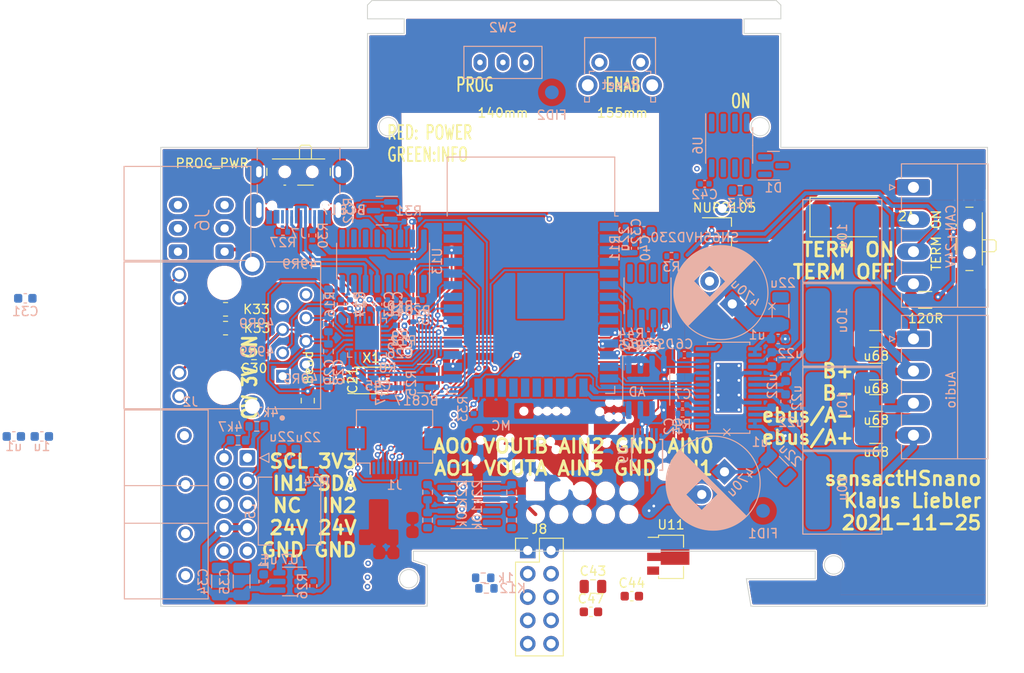
<source format=kicad_pcb>
(kicad_pcb (version 20211014) (generator pcbnew)
  (layers (0 "F.Cu" signal) (31 "B.Cu" signal) (34 "B.Paste" user) (35 "F.Paste" user) (36 "B.SilkS" user "B.Silkscreen") (37 "F.SilkS" user "F.Silkscreen") (38 "B.Mask" user) (39 "F.Mask" user) (44 "Edge.Cuts" user))
  (net 0 "")
  (net 1 "+15V")
  (net 2 "/VOUTB")
  (net 3 "/VOUTA")
  (net 4 "/AIN2")
  (net 7 "/AIN3")
  (net 8 "/AIN0")
  (net 9 "/AIN1")
  (net 38 "V_BUS_USB")
  (net 39 "SW1")
  (net 40 "SUPPLY_MONITOR")
  (net 41 "SDA1")
  (net 42 "SCLK")
  (net 43 "SCL1")
  (net 44 "RS485B")
  (net 45 "RS485A")
  (net 46 "RS")
  (net 47 "PROG_TX")
  (net 48 "PROG_RX")
  (net 49 "PROG_EN")
  (net 50 "OneWire")
  (net 51 "OUT_B-")
  (net 52 "OUT_B+")
  (net 53 "OUT_A-")
  (net 54 "OUT_A+")
  (net 55 "Net-(R7-Pad1)")
  (net 56 "Net-(R48-Pad1)")
  (net 57 "Net-(R41-Pad1)")
  (net 58 "Net-(R3-Pad1)")
  (net 59 "Net-(R24-Pad2)")
  (net 60 "Net-(R23-Pad2)")
  (net 61 "Net-(R14-Pad2)")
  (net 62 "Net-(R14-Pad1)")
  (net 63 "Net-(Q2-Pad1)")
  (net 64 "Net-(Q1-Pad1)")
  (net 65 "Net-(J7-PadB5)")
  (net 66 "Net-(J7-PadA5)")
  (net 67 "Net-(J4-Pad11)")
  (net 68 "Net-(J4-Pad10)")
  (net 69 "Net-(D4-Pad2)")
  (net 70 "Net-(C41-Pad1)")
  (net 71 "Net-(C37-Pad1)")
  (net 72 "Net-(C14-Pad2)")
  (net 73 "Net-(C14-Pad1)")
  (net 74 "Net-(C13-Pad2)")
  (net 75 "Net-(C13-Pad1)")
  (net 76 "Net-(C12-Pad2)")
  (net 77 "Net-(C12-Pad1)")
  (net 78 "Net-(C11-Pad2)")
  (net 79 "Net-(C11-Pad1)")
  (net 80 "MOSI")
  (net 81 "INT1")
  (net 82 "INT0")
  (net 83 "I2S_SDAT")
  (net 84 "I2S_SCLK")
  (net 85 "I2S_LRCLK")
  (net 86 "GNDA")
  (net 87 "GND")
  (net 88 "ETH_TXEN")
  (net 89 "ETH_TX1")
  (net 90 "ETH_TX0")
  (net 91 "ETH_RX1")
  (net 92 "ETH_RX0")
  (net 93 "ETH_MDIO")
  (net 94 "ETH_MDC")
  (net 95 "ETH_CRS")
  (net 96 "ETH_CLK")
  (net 97 "CAN_TX")
  (net 98 "CAN_RX")
  (net 99 "CANL")
  (net 100 "CANH")
  (net 101 "BUZZER")
  (net 102 "AMP_PDN")
  (net 103 "485_RO")
  (net 104 "485_DI")
  (net 105 "485_DE")
  (net 106 "/psu/SW")
  (net 107 "/prog/UD-")
  (net 108 "/prog/UD+")
  (net 109 "/prog/RTS")
  (net 110 "/prog/DTR")
  (net 111 "/eth/VDDCR")
  (net 112 "/eth/VDD2A")
  (net 113 "/eth/TX_P")
  (net 114 "/eth/TX_N")
  (net 115 "/eth/RX_P")
  (net 116 "/eth/RX_N")
  (net 117 "/eth/RX1")
  (net 118 "/eth/RX0")
  (net 119 "/eth/RST")
  (net 120 "/eth/RBIAS")
  (net 121 "/eth/LED2")
  (net 122 "/eth/LED1")
  (net 123 "/eth/CRS")
  (net 124 "/audioamplifier/VR_DIG")
  (net 125 "/audioamplifier/AVDD")
  (net 126 "/audioamplifier/ADR")
  (net 127 "/VOUTD")
  (net 128 "/VOUTC")
  (net 129 "/AO1")
  (net 130 "/AO0")
  (net 131 "+5P")
  (net 132 "+3V3")
  (net 133 "+24V")
  (footprint "Capacitor_SMD:C_1206_3216Metric_Pad1.33x1.80mm_HandSolder" (layer "F.Cu") (at 182.88 133.858)
    (fp_text reference "C15" hide)
    (fp_text value "u68")
  )
  (footprint "Capacitor_SMD:C_1206_3216Metric_Pad1.33x1.80mm_HandSolder" (layer "F.Cu") (at 182.88 130.429)
    (fp_text reference "C16" hide)
    (fp_text value "u68")
  )
  (footprint "Capacitor_SMD:C_1206_3216Metric_Pad1.33x1.80mm_HandSolder" (layer "F.Cu") (at 182.88 137.3505)
    (fp_text reference "C17" hide)
    (fp_text value "u68")
  )
  (footprint "Capacitor_SMD:C_1206_3216Metric_Pad1.33x1.80mm_HandSolder" (layer "F.Cu") (at 182.88 126.873)
    (fp_text reference "C18" hide)
    (fp_text value "u68")
  )
  (footprint "Inductor_SMD:L_0805_2012Metric_Pad1.15x1.40mm_HandSolder" (layer "F.Cu") (at 121 133.6 -90)
    (fp_text reference "FB1" hide)
    (fp_text value "Bead")
  )
  (footprint "Oscillator:Oscillator_SMD_EuroQuartz_XO32-4Pin_3.2x2.5mm_HandSoldering" (layer "F.Cu") (at 127.9 131.4)
    (fp_text reference "X1")
    (fp_text value "50MHz")
  )
  (footprint "Capacitor_SMD:C_0805_2012Metric_Pad1.18x1.45mm_HandSolder" (layer "F.Cu") (at 115.15 128.4 180)
    (fp_text reference "C30")
    (fp_text value "22n")
  )
  (footprint "Resistor_SMD:R_1206_3216Metric_Pad1.30x1.75mm_HandSolder" (layer "F.Cu") (at 188.214 122.6185 180)
    (fp_text reference "R7" hide)
    (fp_text value "120R")
  )
  (footprint "Resistor_SMD:R_0805_2012Metric_Pad1.20x1.40mm_HandSolder" (layer "F.Cu") (at 112.05 123.65)
    (fp_text reference "R20" hide)
    (fp_text value "K33")
  )
  (footprint "Resistor_SMD:R_0805_2012Metric_Pad1.20x1.40mm_HandSolder" (layer "F.Cu") (at 112.05 125.7 180)
    (fp_text reference "R21" hide)
    (fp_text value "K33")
  )
  (footprint "Capacitor_SMD:C_0805_2012Metric_Pad1.18x1.45mm_HandSolder" (layer "F.Cu") (at 124.2 131.4 -90)
    (fp_text reference "C21")
    (fp_text value "u1")
  )
  (footprint "Diode_SMD:D_SMB_Handsoldering" (layer "F.Cu") (at 180.2765 113.5888)
    (fp_text reference "D4" hide)
    (fp_text value "2A")
  )
  (footprint "liebler_MECH:SW_SPDT_PCM12_handsolder" (layer "F.Cu") (at 192.71 115.9764 90)
    (fp_text reference "SW1" hide)
    (fp_text value "TERM ON")
  )
  (footprint "liebler_MECH:SW_SPDT_PCM12_handsolder" (layer "F.Cu") (at 120 109 180)
    (fp_text reference "SW4" hide)
    (fp_text value "PROG_PWR")
  )
  (footprint "Package_TO_SOT_SMD:SOT-23_Handsoldering" (layer "F.Cu") (at 166.37 115.2525)
    (fp_text reference "D3" hide)
    (fp_text value "NUP2105")
  )
  (footprint "Capacitor_SMD:C_0603_1608Metric" (layer "F.Cu") (at 151.83 156.61)
    (fp_text reference "C47")
    (fp_text value "u1")
  )
  (footprint "Capacitor_SMD:C_0603_1608Metric" (layer "F.Cu") (at 156.28 154.9)
    (fp_text reference "C44")
    (fp_text value "u1")
  )
  (footprint "Package_TO_SOT_SMD:SOT-89-3" (layer "F.Cu") (at 160.25 150.62)
    (fp_text reference "U11")
    (fp_text value "L78L15_SOT89")
  )
  (footprint "Capacitor_SMD:C_0805_2012Metric" (layer "F.Cu") (at 152.05 153.85)
    (fp_text reference "C43")
    (fp_text value "u47")
  )
  (footprint "Connector_PinHeader_2.54mm:PinHeader_2x05_P2.54mm_Vertical" (layer "F.Cu") (at 144.95 149.92)
    (fp_text reference "J8")
    (fp_text value "Conn_01x10")
  )
  (footprint "liebler_PASSIVES:ASPIAIG-Q8080" (layer "B.Cu") (at 179.197 125.349 180)
    (fp_text reference "L4" hide)
    (fp_text value "10u")
  )
  (footprint "Capacitor_SMD:C_0603_1608Metric" (layer "B.Cu") (at 157.6 115.15)
    (fp_text reference "C33" hide)
    (fp_text value "22u")
  )
  (footprint "Capacitor_SMD:C_0402_1005Metric" (layer "B.Cu") (at 129.65 123.1 90)
    (fp_text reference "C24")
    (fp_text value "1u")
  )
  (footprint "Capacitor_SMD:C_0402_1005Metric" (layer "B.Cu") (at 125.6 123.1 90)
    (fp_text reference "C27")
    (fp_text value "u1")
  )
  (footprint "Capacitor_SMD:C_0402_1005Metric" (layer "B.Cu") (at 128.7 123.1 90)
    (fp_text reference "C23")
    (fp_text value "n47")
  )
  (footprint "Capacitor_SMD:C_0603_1608Metric" (layer "B.Cu") (at 92.048 137.5)
    (fp_text reference "C19" hide)
    (fp_text value "1u")
  )
  (footprint "Resistor_SMD:R_0603_1608Metric" (layer "B.Cu") (at 115.443 136.398)
    (fp_text reference "R1" hide)
    (fp_text value "4k7")
  )
  (footprint "Resistor_SMD:R_0402_1005Metric" (layer "B.Cu") (at 160.6 117.85)
    (fp_text reference "R3")
    (fp_text value "4k7")
  )
  (footprint "Resistor_SMD:R_0603_1608Metric" (layer "B.Cu") (at 113.411 137.922 180)
    (fp_text reference "R6" hide)
    (fp_text value "4k7")
  )
  (footprint "Resistor_SMD:R_0402_1005Metric" (layer "B.Cu") (at 131.05 125.4)
    (fp_text reference "R9")
    (fp_text value "33R")
  )
  (footprint "Resistor_SMD:R_0402_1005Metric" (layer "B.Cu") (at 131.4 128.25 180)
    (fp_text reference "R12")
    (fp_text value "33R")
  )
  (footprint "Resistor_SMD:R_0402_1005Metric" (layer "B.Cu") (at 127.75 123.1 -90)
    (fp_text reference "R14")
    (fp_text value "33R")
  )
  (footprint "Resistor_SMD:R_0603_1608Metric" (layer "B.Cu") (at 123.25 128.25 -90)
    (fp_text reference "R15" hide)
    (fp_text value "49R9")
  )
  (footprint "Resistor_SMD:R_0402_1005Metric" (layer "B.Cu") (at 124.6 123.1 -90)
    (fp_text reference "R16")
    (fp_text value "12K1")
  )
  (footprint "Resistor_SMD:R_0603_1608Metric" (layer "B.Cu") (at 123.25 131.2345 90)
    (fp_text reference "R17" hide)
    (fp_text value "49R9")
  )
  (footprint "Connector_Phoenix_MC:PhoenixContact_MC_1,5_4-G-3.5_1x04_P3.50mm_Horizontal" (layer "B.Cu") (at 186.944 110.363 -90)
    (fp_text reference "J3" hide)
    (fp_text value "CAN+24V")
  )
  (footprint "Resistor_SMD:R_0402_1005Metric" (layer "B.Cu") (at 131.1 131.7 90)
    (fp_text reference "R25")
    (fp_text value "10k")
  )
  (footprint "Capacitor_SMD:C_0402_1005Metric" (layer "B.Cu") (at 156.6 117 90)
    (fp_text reference "C40")
    (fp_text value "u1")
  )
  (footprint "Resistor_SMD:R_0402_1005Metric" (layer "B.Cu") (at 155.6 117 -90)
    (fp_text reference "R11")
    (fp_text value "1k")
  )
  (footprint "liebler_CONN:RJ45_HANRUN_HR911105A" (layer "B.Cu") (at 111.92 126.4875 -90)
    (fp_text reference "J4" hide)
    (fp_text value "HR911105A" hide)
  )
  (footprint "Connector_FFC-FPC:Hirose_FH12-10S-0.5SH_1x10-1MP_P0.50mm_Horizontal" (layer "B.Cu") (at 130.45 139.1)
    (fp_text reference "J1")
    (fp_text value "HMI")
  )
  (footprint "Resistor_SMD:R_0603_1608Metric" (layer "B.Cu") (at 168.075 110.7)
    (fp_text reference "R13")
    (fp_text value "1k")
  )
  (footprint "Resistor_SMD:R_0402_1005Metric" (layer "B.Cu") (at 121.6 153.8 -90)
    (fp_text reference "R26")
    (fp_text value "15k")
  )
  (footprint "Resistor_SMD:R_0402_1005Metric" (layer "B.Cu") (at 118.3 115.2)
    (fp_text reference "R27")
    (fp_text value "5k1")
  )
  (footprint "liebler_MECH:Switch_SS12D00" (layer "B.Cu") (at 142.25 96.75 180)
    (fp_text reference "SW2")
    (fp_text value "OFF TERM  ON")
  )
  (footprint "Capacitor_SMD:C_0402_1005Metric" (layer "B.Cu") (at 131.05 127.3)
    (fp_text reference "C26")
    (fp_text value "2u2")
  )
  (footprint "liebler_PASSIVES:ASPIAIG-Q8080" (layer "B.Cu") (at 179.197 116.2 180)
    (fp_text reference "L3" hide)
    (fp_text value "10u")
  )
  (footprint "Capacitor_SMD:C_0603_1608Metric" (layer "B.Cu") (at 89 137.5 180)
    (fp_text reference "C20" hide)
    (fp_text value "u1")
  )
  (footprint "liebler_PASSIVES:ASPIAIG-Q8080" (layer "B.Cu") (at 179.197 134.493 180)
    (fp_text reference "L2" hide)
    (fp_text value "10u")
  )
  (footprint "Resistor_SMD:R_0603_1608Metric" (layer "B.Cu") (at 123.25 125.2655 90)
    (fp_text reference "R19" hide)
    (fp_text value "49R9")
  )
  (footprint "Package_DFN_QFN:QFN-24-1EP_4x4mm_P0.5mm_EP2.6x2.6mm" (layer "B.Cu") (at 127.45 126.75 -90)
    (fp_text reference "U2" hide)
    (fp_text value "LAN8720A" hide)
  )
  (footprint "Capacitor_SMD:C_0402_1005Metric" (layer "B.Cu") (at 125.5 130.5 -90)
    (fp_text reference "C28")
    (fp_text value "u1")
  )
  (footprint "Capacitor_SMD:C_0402_1005Metric" (layer "B.Cu") (at 131.05 126.35)
    (fp_text reference "C25")
    (fp_text value "u1")
  )
  (footprint "Capacitor_SMD:C_0402_1005Metric" (layer "B.Cu") (at 124.5 130.5 -90)
    (fp_text reference "C29")
    (fp_text value "4u7")
  )
  (footprint "Resistor_SMD:R_0402_1005Metric" (layer "B.Cu") (at 131.05 124.45 180)
    (fp_text reference "R10")
    (fp_text value "33R")
  )
  (footprint "Capacitor_SMD:C_0402_1005Metric" (layer "B.Cu") (at 155.6 115.15 90)
    (fp_text reference "C32")
    (fp_text value "u1")
  )
  (footprint "Resistor_SMD:R_0603_1608Metric" (layer "B.Cu") (at 123.25 122.2805 -90)
    (fp_text reference "R18" hide)
    (fp_text value "49R9")
  )
  (footprint "Connector_Phoenix_MC:PhoenixContact_MC_1,5_4-G-3.5_1x04_P3.50mm_Horizontal" (layer "B.Cu") (at 186.944 126.873 -90)
    (fp_text reference "J5" hide)
    (fp_text value "Audio")
  )
  (footprint "liebler_PASSIVES:ASPIAIG-Q8080" (layer "B.Cu") (at 179.197 143.637 180)
    (fp_text reference "L1" hide)
    (fp_text value "10u")
  )
  (footprint "Capacitor_SMD:C_0603_1608Metric" (layer "B.Cu") (at 90.25 122.45)
    (fp_text reference "C31")
    (fp_text value "u1")
  )
  (footprint "Capacitor_SMD:C_1206_3216Metric" (layer "B.Cu") (at 111.45 153.3 -90)
    (fp_text reference "C34")
    (fp_text value "10u")
  )
  (footprint "Capacitor_SMD:C_1206_3216Metric" (layer "B.Cu") (at 113.8 153.3 -90)
    (fp_text reference "C35")
    (fp_text value "10u")
  )
  (footprint "Capacitor_SMD:C_0603_1608Metric" (layer "B.Cu") (at 119.7 139.6365 90)
    (fp_text reference "C38" hide)
    (fp_text value "22u")
  )
  (footprint "Capacitor_SMD:C_0402_1005Metric" (layer "B.Cu") (at 128.65 133.15 180)
    (fp_text reference "C45")
    (fp_text value "u1")
  )
  (footprint "liebler_CONN:IDC-Header_2x05_P2.54mm_Horizontal_tightCrtYd" (layer "B.Cu") (at 114.427 139.827 180)
    (fp_text reference "J2")
    (fp_text value "SensactBusConnector")
  )
  (footprint "Package_SO:SOIC-8_3.9x4.9mm_P1.27mm" (layer "B.Cu") (at 157.85 132.15 -90)
    (fp_text reference "U4" hide)
    (fp_text value "DS2482")
  )
  (footprint "Capacitor_SMD:C_0402_1005Metric" (layer "B.Cu") (at 131.1 122.65)
    (fp_text reference "C41")
    (fp_text value "u1")
  )
  (footprint "Capacitor_SMD:C_0402_1005Metric" (layer "B.Cu") (at 164.211 109.982)
    (fp_text reference "C42")
    (fp_text value "u1")
  )
  (footprint "Package_TO_SOT_SMD:SOT-23" (layer "B.Cu") (at 133.6 131.191 180)
    (fp_text reference "Q1" hide)
    (fp_text value "BC817")
  )
  (footprint "Package_TO_SOT_SMD:SOT-23" (layer "B.Cu") (at 129.1 112.9 180)
    (fp_text reference "Q2" hide)
    (fp_text value "BC817")
  )
  (footprint "Resistor_SMD:R_0402_1005Metric" (layer "B.Cu") (at 121.5 115.6 90)
    (fp_text reference "R30")
    (fp_text value "5k1")
  )
  (footprint "Resistor_SMD:R_0402_1005Metric" (layer "B.Cu") (at 132 114.1 180)
    (fp_text reference "R31")
    (fp_text value "10k")
  )
  (footprint "Resistor_SMD:R_0402_1005Metric" (layer "B.Cu") (at 126.6 112.9 -90)
    (fp_text reference "R32")
    (fp_text value "10k")
  )
  (footprint "Package_SO:SOIC-8_3.9x4.9mm_P1.27mm" (layer "B.Cu") (at 166.878 105.791 -90)
    (fp_text reference "U6")
    (fp_text value "MAX3485")
  )
  (footprint "Capacitor_THT:CP_Radial_D10.0mm_P3.50mm" (layer "B.Cu") (at 167.218 123.063 135)
    (fp_text reference "C8" hide)
    (fp_text value "470u")
  )
  (footprint "Capacitor_SMD:C_0603_1608Metric" (layer "B.Cu") (at 171.518 129.092 -90)
    (fp_text reference "C13" hide)
    (fp_text value "u22")
  )
  (footprint "Package_SO:HTSSOP-28-1EP_4.4x9.7mm_P0.65mm_EP2.85x5.4mm_ThermalVias" (layer "B.Cu") (at 166.818 132.192)
    (fp_text reference "U1" hide)
    (fp_text value "TAS5805M" hide)
  )
  (footprint "Capacitor_SMD:C_1206_3216Metric" (layer "B.Cu") (at 172.212 140.843 -45)
    (fp_text reference "C3" hide)
    (fp_text value "22u")
  )
  (footprint "Capacitor_SMD:C_0603_1608Metric" (layer "B.Cu") (at 173.018 130.692 -90)
    (fp_text reference "C14" hide)
    (fp_text value "u22")
  )
  (footprint "Capacitor_SMD:C_1206_3216Metric" (layer "B.Cu") (at 172.466 123.825 90)
    (fp_text reference "C9" hide)
    (fp_text value "22u")
  )
  (footprint "Capacitor_SMD:C_0603_1608Metric" (layer "B.Cu") (at 173.018 133.692 90)
    (fp_text reference "C12" hide)
    (fp_text value "u22")
  )
  (footprint "Capacitor_SMD:C_0402_1005Metric" (layer "B.Cu") (at 161.5 136.4 -90)
    (fp_text reference "C2")
    (fp_text value "4u7")
  )
  (footprint "Capacitor_SMD:C_0603_1608Metric" (layer "B.Cu") (at 171.518 135.128 90)
    (fp_text reference "C11" hide)
    (fp_text value "u22")
  )
  (footprint "Capacitor_SMD:C_0402_1005Metric" (layer "B.Cu") (at 162.45 136.4 -90)
    (fp_text reference "C4")
    (fp_text value "u1")
  )
  (footprint "Resistor_SMD:R_0402_1005Metric" (layer "B.Cu") (at 161.8 135)
    (fp_text reference "R4")
    (fp_text value "4k7")
  )
  (footprint "Capacitor_SMD:C_0603_1608Metric" (layer "B.Cu") (at 172.212 137.414)
    (fp_text reference "C5" hide)
    (fp_text value "u1")
  )
  (footprint "Capacitor_SMD:C_0402_1005Metric" (layer "B.Cu") (at 162 128.6 180)
    (fp_text reference "C6")
    (fp_text value "1u")
  )
  (footprint "Capacitor_SMD:C_0603_1608Metric" (layer "B.Cu") (at 172.212 126.873)
    (fp_text reference "C10" hide)
    (fp_text value "u1")
  )
  (footprint "Capacitor_SMD:C_0402_1005Metric" (layer "B.Cu") (at 161.8 134.05 180)
    (fp_text reference "C7")
    (fp_text value "1u")
  )
  (footprint "Capacitor_THT:CP_Radial_D10.0mm_P3.50mm" (layer "B.Cu") (at 166.37 141.351 -135)
    (fp_text reference "C1" hide)
    (fp_text value "470u")
  )
  (footprint "NetTie:NetTie-2_SMD_Pad2.0mm" (layer "B.Cu") (at 161.925 143.8275)
    (fp_text reference "NT1" hide)
    (fp_text value "Net-Tie_2" hide)
  )
  (footprint "Resistor_SMD:R_0402_1005Metric" (layer "B.Cu") (at 156.2 127.45 180)
    (fp_text reference "R44")
    (fp_text value "10k")
  )
  (footprint "RF_Module:ESP32-WROOM-32" (layer "B.Cu") (at 145.3 122.929 180)
    (fp_text reference "U3" hide)
    (fp_text value "ESP32" hide)
  )
  (footprint "Resistor_SMD:R_0402_1005Metric" (layer "B.Cu") (at 156.2 126.45)
    (fp_text reference "R45")
    (fp_text value "1k")
  )
  (footprint "Package_TO_SOT_SMD:SOT-23" (layer "B.Cu") (at 171.7 108)
    (fp_text reference "D1")
    (fp_text value "PSM712")
  )
  (footprint "Resistor_SMD:R_0402_1005Metric" (layer "B.Cu") (at 132.5 124.5 90)
    (fp_text reference "R5")
    (fp_text value "1K5")
  )
  (footprint "Resistor_SMD:R_0402_1005Metric" (layer "B.Cu") (at 130.1 132.7 -90)
    (fp_text reference "R47")
    (fp_text value "4k7")
  )
  (footprint "Resistor_SMD:R_0402_1005Metric" (layer "B.Cu") (at 129.7 131.2 180)
    (fp_text reference "R8")
    (fp_text value "33R")
  )
  (footprint "Capacitor_SMD:C_0603_1608Metric" (layer "B.Cu") (at 116.2 153.3 -90)
    (fp_text reference "C36" hide)
    (fp_text value "u1")
  )
  (footprint "Capacitor_SMD:C_0603_1608Metric" (layer "B.Cu") (at 119.05 150.85 180)
    (fp_text reference "C37" hide)
    (fp_text value "u1")
  )
  (footprint "Inductor_SMD:L_Abracon_ASPI-0630LR" (layer "B.Cu") (at 119.0175 145.6325 -90)
    (fp_text reference "L5")
    (fp_text value "4u7")
  )
  (footprint "Resistor_SMD:R_0603_1608Metric" (layer "B.Cu") (at 140.1 152.9 180)
    (fp_text reference "R22" hide)
    (fp_text value "1k")
  )
  (footprint "Resistor_SMD:R_0603_1608Metric" (layer "B.Cu") (at 140.45 154.05 180)
    (fp_text reference "R23" hide)
    (fp_text value "K12")
  )
  (footprint "Resistor_SMD:R_0402_1005Metric" (layer "B.Cu") (at 121.95 141.25)
    (fp_text reference "R24")
    (fp_text value "47k")
  )
  (footprint "Package_TO_SOT_SMD:SOT-23-6" (layer "B.Cu") (at 119.05 153.3 180)
    (fp_text reference "U7")
    (fp_text value "RY8310")
  )
  (footprint "liebler_CONN:USB_C_Receptacle_HRO_TYPE-C-31-M-12_IMPROVED" (layer "B.Cu") (at 120 108.6675)
    (fp_text reference "J7")
    (fp_text value "PROG")
  )
  (footprint "Resistor_SMD:R_0603_1608Metric" (layer "B.Cu") (at 134.0485 146.6215 -90)
    (fp_text reference "R41" hide)
    (fp_text value "10k")
  )
  (footprint "Resistor_SMD:R_0603_1608Metric" (layer "B.Cu") (at 143.1925 146.6215 -90)
    (fp_text reference "R48" hide)
    (fp_text value "10k")
  )
  (footprint "Resistor_SMD:R_0603_1608Metric" (layer "B.Cu") (at 134.0485 143.5735 -90)
    (fp_text reference "R51" hide)
    (fp_text value "22k")
  )
  (footprint "Resistor_SMD:R_0603_1608Metric" (layer "B.Cu") (at 143.1925 143.5735 -90)
    (fp_text reference "R52" hide)
    (fp_text value "22k")
  )
  (footprint "liebler_CONN:KF141R-3p" (layer "B.Cu") (at 111.95 117.37 90)
    (fp_text reference "J6")
    (fp_text value "Conn_01x03")
  )
  (footprint "Package_SO:SOIC-8_3.9x4.9mm_P1.27mm" (layer "B.Cu") (at 138.557 144.9705 180)
    (fp_text reference "U8" hide)
    (fp_text value "LM358" hide)
  )
  (footprint "Capacitor_SMD:C_0603_1608Metric" (layer "B.Cu") (at 118.193 139.6365 90)
    (fp_text reference "C39" hide)
    (fp_text value "22u")
  )
  (footprint "Button_Switch_THT:SW_Tactile_SPST_Angled_PTS645Vx58-2LFS" (layer "B.Cu") (at 157.25 96.75 180)
    (fp_text reference "SW3" hide)
    (fp_text value "Reset")
  )
  (footprint "Capacitor_SMD:C_0402_1005Metric" (layer "B.Cu") (at 158.1 126.45)
    (fp_text reference "C22")
    (fp_text value "u1")
  )
  (footprint "Package_SO:SOIC-8_3.9x4.9mm_P1.27mm" (layer "B.Cu") (at 157.988 122.174 90)
    (fp_text reference "U5" hide)
    (fp_text value "SN65HVD230")
  )
  (footprint "Fiducial:Fiducial_1.5mm_Mask3mm" (layer "B.Cu") (at 170.561 145.6055)
    (fp_text reference "FID1")
    (fp_text value "Fiducial")
  )
  (footprint "Fiducial:Fiducial_1.5mm_Mask3mm" (layer "B.Cu") (at 147.574 100.0125)
    (fp_text reference "FID2")
    (fp_text value "Fiducial")
  )
  (footprint "Resistor_SMD:R_0402_1005Metric" (layer "B.Cu") (at 132.96 122.65)
    (fp_text reference "R28")
    (fp_text value "1k")
  )
  (footprint "Package_SO:SOIC-16_3.9x9.9mm_P1.27mm" (layer "B.Cu") (at 129.2 118.4 90)
    (fp_text reference "U13")
    (fp_text value "CH340C")
  )
  (footprint "Resistor_SMD:R_0402_1005Metric" (layer "B.Cu") (at 139.05 134.5 -90)
    (fp_text reference "R33")
    (fp_text value "4k7")
  )
  (footprint "Package_SO:MSOP-10_3x3mm_P0.5mm" (layer "B.Cu") (at 157.95 139.5 -90)
    (fp_text reference "U9")
    (fp_text value "MCP4728")
  )
  (gr_circle (center 178.25 151.5) (end 178.25 150.5) (layer "Edge.Cuts") (width 0.1) (fill none))
  (gr_line (start 105 150) (end 105 106) (layer "Edge.Cuts") (width 0.1))
  (gr_line (start 134 156) (end 105 156) (layer "Edge.Cuts") (width 0.1))
  (gr_line (start 168.5 93.6) (end 168.5 92) (layer "Edge.Cuts") (width 0.1))
  (gr_line (start 105 156) (end 105 150) (layer "Edge.Cuts") (width 0.1))
  (gr_line (start 134 151.5) (end 134 156) (layer "Edge.Cuts") (width 0.1))
  (gr_line (start 150 150) (end 132.5 150) (layer "Edge.Cuts") (width 0.1))
  (gr_line (start 105 106) (end 127.5 106) (layer "Edge.Cuts") (width 0.1))
  (gr_line (start 127.5 106) (end 127.5 93.6) (layer "Edge.Cuts") (width 0.1))
  (gr_line (start 195 150) (end 195 156) (layer "Edge.Cuts") (width 0.1))
  (gr_line (start 169.25 156) (end 168.75 153) (layer "Edge.Cuts") (width 0.1))
  (gr_line (start 172 90) (end 172.5 90.5) (layer "Edge.Cuts") (width 0.1))
  (gr_line (start 127.5 92) (end 127.5 90.5) (layer "Edge.Cuts") (width 0.1))
  (gr_line (start 172.5 93.6) (end 168.5 93.6) (layer "Edge.Cuts") (width 0.1))
  (gr_line (start 195 156) (end 169.25 156) (layer "Edge.Cuts") (width 0.1))
  (gr_line (start 128 90) (end 127.5 90.5) (layer "Edge.Cuts") (width 0.1))
  (gr_line (start 176.25 150) (end 150 150) (layer "Edge.Cuts") (width 0.1))
  (gr_line (start 172.5 93.6) (end 172.5 106) (layer "Edge.Cuts") (width 0.1))
  (gr_line (start 172.5 106) (end 195 106) (layer "Edge.Cuts") (width 0.1))
  (gr_line (start 132.5 150) (end 132.5 151) (layer "Edge.Cuts") (width 0.1))
  (gr_line (start 176.25 153) (end 176.25 150) (layer "Edge.Cuts") (width 0.1))
  (gr_line (start 195 106) (end 195 150) (layer "Edge.Cuts") (width 0.1))
  (gr_line (start 131.5 92) (end 131.5 93.6) (layer "Edge.Cuts") (width 0.1))
  (gr_line (start 127.5 92) (end 131.5 92) (layer "Edge.Cuts") (width 0.1))
  (gr_line (start 172.5 92) (end 172.5 90.5) (layer "Edge.Cuts") (width 0.1))
  (gr_line (start 132.5 151) (end 134 151.5) (layer "Edge.Cuts") (width 0.1))
  (gr_line (start 131.5 93.6) (end 127.5 93.6) (layer "Edge.Cuts") (width 0.1))
  (gr_line (start 168.75 153) (end 176.25 153) (layer "Edge.Cuts") (width 0.1))
  (gr_circle (center 132 153) (end 132 152) (layer "Edge.Cuts") (width 0.1) (fill none))
  (gr_line (start 128 90) (end 172 90) (layer "Edge.Cuts") (width 0.1))
  (gr_line (start 168.5 92) (end 172.5 92) (layer "Edge.Cuts") (width 0.1))
  (gr_circle (center 170.25 103.75) (end 170.25 102.75) (layer "Edge.Cuts") (width 0.1) (fill none))
  (gr_circle (center 129.75 103.75) (end 129.75 102.75) (layer "Edge.Cuts") (width 0.1) (fill none))
  (gr_text "MC" (at 142.0495 136.3345) (layer "B.SilkS") (effects (font (size 1 1)) (justify mirror)))
  (gr_text "AD" (at 156.845 132.6515) (layer "B.SilkS") (effects (font (size 1 1)) (justify mirror)))
  (gr_text "RED: POWER\nGREEN:INFO" (at 129.54 105.6005) (layer "F.SilkS") (effects (font (size 1.5 1) (thickness 0.2)) (justify left)))
  (gr_text "OW 3V GN" (at 114.681 131.064 90) (layer "F.SilkS") (effects (font (size 1.5 1.2) (thickness 0.3))))
  (gr_text "TERM ON\nTERM OFF" (at 185.039 118.364) (layer "F.SilkS") (effects (font (size 1.5 1.5) (thickness 0.3)) (justify right)))
  (gr_text "B+\nB-\nebus/A-\nebus/A+" (at 180.594 133.985) (layer "F.SilkS") (effects (font (size 1.5 1.5) (thickness 0.3)) (justify right)))
  (gr_text "PROG" (at 139.192 99.187) (layer "F.SilkS") (effects (font (size 1.5 1) (thickness 0.2))))
  (gr_text "ENAB" (at 155.321 99.187) (layer "F.SilkS") (effects (font (size 1.5 1) (thickness 0.2))))
  (gr_text "ON" (at 168.148 100.965) (layer "F.SilkS") (effects (font (size 1.5 1) (thickness 0.2))))
  (gr_text "140mm" (at 142.25 102.25) (layer "F.SilkS") (effects (font (size 1 1))))
  (gr_text "sensactHSnano\nKlaus Liebler\n2021-11-25" (at 194.5 144.5) (layer "F.SilkS") (effects (font (size 1.5 1.5) (thickness 0.3)) (justify right)))
  (gr_text "155mm" (at 155.25 102.25) (layer "F.SilkS") (effects (font (size 1 1))))
  (gr_text "AO0 VOUTB AIN2 GND AIN0\nAO1 VOUTA AIN3 GND AIN1" (at 149.9235 139.7635) (layer "F.SilkS") (effects (font (size 1.5 1.5) (thickness 0.3))))
  (gr_text "SCL 3V3\nIN1 SDA\nNC  IN2\n24V 24V\nGND GND" (at 126.492 145.034) (layer "F.SilkS") (effects (font (size 1.5 1.5) (thickness 0.3)) (justify right)))
  (via (at 137.795 145.415) (size 0.6) (drill 0.3) (layers "F.Cu" "B.Cu") (net 0))
  (via (at 163.3695 108.3285) (size 0.6) (drill 0.3) (layers "F.Cu" "B.Cu") (net 0))
  (via (at 125.6665 143.129) (size 0.6) (drill 0.3) (layers "F.Cu" "B.Cu") (net 0))
  (via (at 127.571 151.3205) (size 0.6) (drill 0.3) (layers "F.Cu" "B.Cu") (net 0))
  (via (at 107.696 152.654) (size 1.6) (drill 1) (layers "F.Cu" "B.Cu") (net 0))
  (via (at 137.922 143.002) (size 0.6) (drill 0.3) (layers "F.Cu" "B.Cu") (net 0))
  (via (at 136.8425 136.271) (size 0.6) (drill 0.3) (layers "F.Cu" "B.Cu") (net 0))
  (via (at 136.906 135.128) (size 0.6) (drill 0.3) (layers "F.Cu" "B.Cu") (net 0))
  (via (at 127.508 153.8605) (size 0.6) (drill 0.3) (layers "F.Cu" "B.Cu") (net 0))
  (via (at 139.446 146.304) (size 0.6) (drill 0.3) (layers "F.Cu" "B.Cu") (net 0))
  (via (at 107.696 148.082) (size 1.6) (drill 1) (layers "F.Cu" "B.Cu") (net 0))
  (via (at 107.696 142.748) (size 1.6) (drill 1) (layers "F.Cu" "B.Cu") (net 0))
  (via (at 107.569 137.414) (size 1.6) (drill 1) (layers "F.Cu" "B.Cu") (net 0))
  (via (at 166.116 112.649) (size 1.6) (drill 1) (layers "F.Cu" "B.Cu") (net 0))
  (via (at 125.6665 141.5415) (size 0.6) (drill 0.3) (layers "F.Cu" "B.Cu") (net 0))
  (via (at 127.508 152.8445) (size 0.6) (drill 0.3) (layers "F.Cu" "B.Cu") (net 0))
  (segment (start 136.656351 132.193649) (end 136.656351 132.367687) (width 0.2) (layer "F.Cu") (net 39))
  (segment (start 139.35 129.5) (end 136.656351 132.193649) (width 0.2) (layer "F.Cu") (net 39))
  (segment (start 141.35 130.1) (end 140.75 129.5) (width 0.2) (layer "F.Cu") (net 39))
  (segment (start 136.656351 132.367687) (end 130.224038 138.8) (width 0.2) (layer "F.Cu") (net 39))
  (segment (start 140.75 129.5) (end 139.35 129.5) (width 0.2) (layer "F.Cu") (net 39))
  (segment (start 130.224038 138.8) (end 130.05 138.8) (width 0.2) (layer "F.Cu") (net 39))
  (via (at 141.35 130.1) (size 0.6) (drill 0.3) (layers "F.Cu" "B.Cu") (net 39))
  (via (at 130.05 138.8) (size 0.6) (drill 0.3) (layers "F.Cu" "B.Cu") (net 39))
  (segment (start 153.430489 119.384489) (end 153.8 119.754) (width 0.2) (layer "B.Cu") (net 39))
  (segment (start 129.7 140.033696) (end 129.610489 139.944185) (width 0.2) (layer "B.Cu") (net 39))
  (segment (start 140.9 129.65) (end 140.9 120.9) (width 0.2) (layer "B.Cu") (net 39))
  (segment (start 129.610489 139.944185) (end 129.610489 139.239511) (width 0.2) (layer "B.Cu") (net 39))
  (segment (start 142.415511 119.384489) (end 153.430489 119.384489) (width 0.2) (layer "B.Cu") (net 39))
  (segment (start 140.9 120.9) (end 142.415511 119.384489) (width 0.2) (layer "B.Cu") (net 39))
  (segment (start 129.610489 139.239511) (end 130.05 138.8) (width 0.2) (layer "B.Cu") (net 39))
  (segment (start 129.7 140.95) (end 129.7 140.033696) (width 0.2) (layer "B.Cu") (net 39))
  (segment (start 141.35 130.1) (end 140.9 129.65) (width 0.2) (layer "B.Cu") (net 39))
  (segment (start 155.49348 126.25348) (end 155.49348 123.228458) (width 0.2) (layer "B.Cu") (net 40))
  (segment (start 155.69 126.45) (end 155.49348 126.25348) (width 0.2) (layer "B.Cu") (net 40))
  (segment (start 154.559022 122.294) (end 153.8 122.294) (width 0.2) (layer "B.Cu") (net 40))
  (segment (start 155.49348 123.228458) (end 154.559022 122.294) (width 0.2) (layer "B.Cu") (net 40))
  (segment (start 159.8 134.58) (end 159.755 134.625) (width 0.2) (layer "F.Cu") (net 41))
  (segment (start 159.8 131.25) (end 159.8 134.58) (width 0.2) (layer "F.Cu") (net 41))
  (via (at 159.755 134.625) (size 0.6) (drill 0.3) (layers "F.Cu" "B.Cu") (net 41))
  (via (at 159.8 131.25) (size 0.6) (drill 0.3) (layers "F.Cu" "B.Cu") (net 41))
  (segment (start 162.27252 131.47748) (end 163.183 130.567) (width 0.2) (layer "B.Cu") (net 41))
  (segment (start 155.25 131) (end 155.72748 131.47748) (width 0.2) (layer "B.Cu") (net 41))
  (segment (start 153.8 129.914) (end 155 129.914) (width 0.2) (layer "B.Cu") (net 41))
  (segment (start 163.183 130.567) (end 163.9555 130.567) (width 0.2) (layer "B.Cu") (net 41))
  (segment (start 155 129.914) (end 155.25 130.164) (width 0.2) (layer "B.Cu") (net 41))
  (segment (start 157.95 136.370978) (end 158.270978 136.05) (width 0.2) (layer "B.Cu") (net 41))
  (segment (start 155.72748 131.47748) (end 159.82252 131.47748) (width 0.2) (layer "B.Cu") (net 41))
  (segment (start 159.82252 131.27252) (end 159.8 131.25) (width 0.2) (layer "B.Cu") (net 41))
  (segment (start 114.427 142.367) (end 115.567008 141.226992) (width 0.2) (layer "B.Cu") (net 41))
  (segment (start 115.567009 137.745532) (end 116.59152 136.72102) (width 0.2) (layer "B.Cu") (net 41))
  (segment (start 158.270978 136.05) (end 159.5 136.05) (width 0.2) (layer "B.Cu") (net 41))
  (segment (start 155.25 130.164) (end 155.25 131) (width 0.2) (layer "B.Cu") (net 41))
  (segment (start 159.82252 131.47748) (end 159.82252 131.27252) (width 0.2) (layer "B.Cu") (net 41))
  (segment (start 157.95 137.3) (end 157.95 136.370978) (width 0.2) (layer "B.Cu") (net 41))
  (segment (start 159.82252 131.47748) (end 162.27252 131.47748) (width 0.2) (layer "B.Cu") (net 41))
  (segment (start 116.2685 136.398) (end 116.59152 136.72102) (width 0.2) (layer "B.Cu") (net 41))
  (segment (start 115.567008 141.226992) (end 115.567009 137.745532) (width 0.2) (layer "B.Cu") (net 41))
  (segment (start 159.755 135.795) (end 159.755 134.625) (width 0.2) (layer "B.Cu") (net 41))
  (segment (start 159.5 136.05) (end 159.755 135.795) (width 0.2) (layer "B.Cu") (net 41))
  (segment (start 128.652517 138.697483) (end 128.652517 138.712246) (width 0.2) (layer "F.Cu") (net 42))
  (segment (start 135.257331 132.092669) (end 128.652517 138.697483) (width 0.2) (layer "F.Cu") (net 42))
  (segment (start 135.257331 129.465341) (end 135.257331 132.092669) (width 0.2) (layer "F.Cu") (net 42))
  (via (at 135.257331 129.465341) (size 0.6) (drill 0.3) (layers "F.Cu" "B.Cu") (net 42))
  (via (at 128.652517 138.712246) (size 0.6) (drill 0.3) (layers "F.Cu" "B.Cu") (net 42))
  (segment (start 136.078672 128.644) (end 136.8 128.644) (width 0.2) (layer "B.Cu") (net 42))
  (segment (start 129.2 139.259729) (end 128.652517 138.712246) (width 0.2) (layer "B.Cu") (net 42))
  (segment (start 129.2 140.95) (end 129.2 139.259729) (width 0.2) (layer "B.Cu") (net 42))
  (segment (start 135.257331 129.465341) (end 136.078672 128.644) (width 0.2) (layer "B.Cu") (net 42))
  (segment (start 159.15 132.45) (end 159.15 134.4) (width 0.2) (layer "F.Cu") (net 43))
  (segment (start 159.15 130.9) (end 159.15 132.45) (width 0.2) (layer "F.Cu") (net 43))
  (segment (start 159.15 134.4) (end 157.4 136.15) (width 0.2) (layer "F.Cu") (net 43))
  (segment (start 159.8 130.25) (end 159.15 130.9) (width 0.2) (layer "F.Cu") (net 43))
  (via (at 157.4 136.15) (size 0.6) (drill 0.3) (layers "F.Cu" "B.Cu") (net 43))
  (via (at 159.8 130.25) (size 0.6) (drill 0.3) (layers "F.Cu" "B.Cu") (net 43))
  (segment (start 155.719639 128.4) (end 158.756575 128.4) (width 0.2) (layer "B.Cu") (net 43))
  (segment (start 154.714 123.564) (end 155.10396 123.95396) (width 0.2) (layer "B.Cu") (net 43))
  (segment (start 158.756575 128.4) (end 159.705 129.348425) (width 0.2) (layer "B.Cu") (net 43))
  (segment (start 111.887 139.827) (end 111.887 138.621) (width 0.2) (layer "B.Cu") (net 43))
  (segment (start 159.705 129.348425) (end 159.705 129.675) (width 0.2) (layer "B.Cu") (net 43))
  (segment (start 155.10396 123.95396) (end 155.10396 127.784321) (width 0.2) (layer "B.Cu") (net 43))
  (segment (start 111.887 138.621) (end 112.586 137.922) (width 0.2) (layer "B.Cu") (net 43))
  (segment (start 157.4 137.25) (end 157.45 137.3) (width 0.2) (layer "B.Cu") (net 43))
  (segment (start 159.705 129.675) (end 159.947 129.917) (width 0.2) (layer "B.Cu") (net 43))
  (segment (start 153.8 123.564) (end 154.714 123.564) (width 0.2) (layer "B.Cu") (net 43))
  (segment (start 159.755 129.675) (end 159.755 130.205) (width 0.2) (layer "B.Cu") (net 43))
  (segment (start 157.4 136.15) (end 157.4 137.25) (width 0.2) (layer "B.Cu") (net 43))
  (segment (start 155.10396 127.784321) (end 155.719639 128.4) (width 0.2) (layer "B.Cu") (net 43))
  (segment (start 159.755 130.205) (end 159.8 130.25) (width 0.2) (layer "B.Cu") (net 43))
  (segment (start 159.947 129.917) (end 163.9555 129.917) (width 0.2) (layer "B.Cu") (net 43))
  (segment (start 139.311364 130.0895) (end 137.045871 132.354993) (width 0.2) (layer "F.Cu") (net 46))
  (segment (start 130.2 139.655807) (end 130.2 139.7) (width 0.2) (layer "F.Cu") (net 46))
  (segment (start 137.045871 132.354993) (end 137.045871 132.809936) (width 0.2) (layer "F.Cu") (net 46))
  (segment (start 137.045871 132.809936) (end 130.2 139.655807) (width 0.2) (layer "F.Cu") (net 46))
  (segment (start 139.61684 130.0895) (end 139.311364 130.0895) (width 0.2) (layer "F.Cu") (net 46))
  (via (at 139.61684 130.0895) (size 0.6) (drill 0.3) (layers "F.Cu" "B.Cu") (net 46))
  (via (at 130.2 139.7) (size 0.6) (drill 0.3) (layers "F.Cu" "B.Cu") (net 46))
  (segment (start 139.6395 130.06684) (end 139.6395 121.3935) (width 0.2) (layer "B.Cu") (net 46))
  (segment (start 138 119.754) (end 136.8 119.754) (width 0.2) (layer "B.Cu") (net 46))
  (segment (start 133.05 122.23) (end 133.05 119.873425) (width 0.2) (layer "B.Cu") (net 46))
  (segment (start 139.61684 130.0895) (end 139.6395 130.06684) (width 0.2) (layer "B.Cu") (net 46))
  (segment (start 133.623424 119.300001) (end 136.346 119.3) (width 0.2) (layer "B.Cu") (net 46))
  (segment (start 136.346 119.3) (end 136.8 119.754) (width 0.2) (layer "B.Cu") (net 46))
  (segment (start 130.2 140.95) (end 130.2 139.7) (width 0.2) (layer "B.Cu") (net 46))
  (segment (start 133.05 119.873425) (end 133.623424 119.300001) (width 0.2) (layer "B.Cu") (net 46))
  (segment (start 139.6395 121.3935) (end 138 119.754) (width 0.2) (layer "B.Cu") (net 46))
  (segment (start 133.47 122.65) (end 133.05 122.23) (width 0.2) (layer "B.Cu") (net 46))
  (segment (start 136.661 118.484) (end 136.23452 118.91048) (width 0.2) (layer "B.Cu") (net 47))
  (segment (start 136.23452 118.91048) (end 133.260231 118.910481) (width 0.2) (layer "B.Cu") (net 47))
  (segment (start 132.375 119.795712) (end 132.375 120.875) (width 0.2) (layer "B.Cu") (net 47))
  (segment (start 133.260231 118.910481) (end 132.375 119.795712) (width 0.2) (layer "B.Cu") (net 47))
  (segment (start 131.105 120.875) (end 131.105 121.201575) (width 0.2) (layer "B.Cu") (net 48))
  (segment (start 132.45 122.546575) (end 132.45 122.65) (width 0.2) (layer "B.Cu") (net 48))
  (segment (start 131.105 121.201575) (end 132.45 122.546575) (width 0.2) (layer "B.Cu") (net 48))
  (via (at 147.3 113.8) (size 0.6) (drill 0.3) (layers "F.Cu" "B.Cu") (net 49))
  (segment (start 147.4 113.8) (end 147.3 113.8) (width 0.2) (layer "B.Cu") (net 49))
  (segment (start 130.846575 113.3) (end 146.8 113.3) (width 0.2) (layer "B.Cu") (net 49))
  (segment (start 153.8 117.214) (end 155.064 117.214) (width 0.6) (layer "B.Cu") (net 49))
  (segment (start 130.446575 112.9) (end 130.846575 113.3) (width 0.2) (layer "B.Cu") (net 49))
  (segment (start 155.36 117.51) (end 155.6 117.51) (width 0.6) (layer "B.Cu") (net 49))
  (segment (start 146.8 113.3) (end 147.3 113.8) (width 0.2) (layer "B.Cu") (net 49))
  (segment (start 155.63 117.48) (end 155.6 117.51) (width 0.6) (layer "B.Cu") (net 49))
  (segment (start 155.064 117.214) (end 155.36 117.51) (width 0.6) (layer "B.Cu") (net 49))
  (segment (start 156.6 117.48) (end 155.63 117.48) (width 0.6) (layer "B.Cu") (net 49))
  (segment (start 127.9625 112.9) (end 130.446575 112.9) (width 0.2) (layer "B.Cu") (net 49))
  (segment (start 135.946842 129.971959) (end 135.946842 129.146842) (width 0.4) (layer "F.Cu") (net 50))
  (segment (start 139.85 128.65) (end 139.507714 128.65) (width 0.4) (layer "F.Cu") (net 50))
  (segment (start 135.946842 129.146842) (end 135.002775 128.202775) (width 0.4) (layer "F.Cu") (net 50))
  (segment (start 135.002775 128.202775) (end 133.347225 128.202775) (width 0.4) (layer "F.Cu") (net 50))
  (segment (start 157.05 129.9) (end 152.206851 129.9) (width 0.4) (layer "F.Cu") (net 50))
  (segment (start 143.318531 129.368531) (end 142.55 128.6) (width 0.4) (layer "F.Cu") (net 50))
  (segment (start 139.9 128.6) (end 139.85 128.65) (width 0.4) (layer "F.Cu") (net 50))
  (segment (start 157.3 129.65) (end 157.05 129.9) (width 0.4) (layer "F.Cu") (net 50))
  (segment (start 139.507714 128.65) (end 137.618203 130.539511) (width 0.4) (layer "F.Cu") (net 50))
  (segment (start 131.6 129.85) (end 129.15 127.4) (width 0.4) (layer "F.Cu") (net 50))
  (segment (start 124.330489 117.130489) (end 112.189511 117.130489) (width 0.4) (layer "F.Cu") (net 50))
  (segment (start 136.514394 130.539511) (end 135.946842 129.971959) (width 0.4) (layer "F.Cu") (net 50))
  (segment (start 147.1 128.96856) (end 146.700029 129.368531) (width 0.4) (layer "F.Cu") (net 50))
  (segment (start 142.55 128.6) (end 139.9 128.6) (width 0.4) (layer "F.Cu") (net 50))
  (segment (start 112.189511 117.130489) (end 111.95 117.37) (width 0.4) (layer "F.Cu") (net 50))
  (segment (start 129.15 127.4) (end 129.15 121.95) (width 0.4) (layer "F.Cu") (net 50))
  (segment (start 129.15 121.95) (end 124.330489 117.130489) (width 0.4) (layer "F.Cu") (net 50))
  (segment (start 151.27541 128.96856) (end 147.1 128.96856) (width 0.4) (layer "F.Cu") (net 50))
  (segment (start 131.7 129.85) (end 131.6 129.85) (width 0.4) (layer "F.Cu") (net 50))
  (segment (start 152.206851 129.9) (end 151.27541 128.96856) (width 0.4) (layer "F.Cu") (net 50))
  (segment (start 137.618203 130.539511) (end 136.514394 130.539511) (width 0.4) (layer "F.Cu") (net 50))
  (segment (start 146.700029 129.368531) (end 143.318531 129.368531) (width 0.4) (layer "F.Cu") (net 50))
  (segment (start 133.347225 128.202775) (end 131.7 129.85) (width 0.4) (layer "F.Cu") (net 50))
  (via (at 157.3 129.65) (size 0.6) (drill 0.3) (layers "F.Cu" "B.Cu") (net 50))
  (segment (start 157.275 129.675) (end 157.3 129.65) (width 0.4) (layer "B.Cu") (net 50))
  (segment (start 157.215 129.675) (end 157.275 129.675) (width 0.4) (layer "B.Cu") (net 50))
  (segment (start 184.4425 130.429) (end 186.888 130.429) (width 0.8) (layer "F.Cu") (net 51))
  (segment (start 181.92 125.349) (end 186.944 130.373) (width 0.8) (layer "B.Cu") (net 51))
  (segment (start 184.4425 126.873) (end 186.944 126.873) (width 0.8) (layer "F.Cu") (net 52))
  (segment (start 181.872 119.577682) (end 186.944 124.649682) (width 0.8) (layer "B.Cu") (net 52))
  (segment (start 186.944 124.649682) (end 186.944 126.873) (width 0.8) (layer "B.Cu") (net 52))
  (segment (start 184.4425 133.858) (end 186.929 133.858) (width 0.8) (layer "F.Cu") (net 53))
  (segment (start 181.872 134.493) (end 186.324 134.493) (width 0.8) (layer "B.Cu") (net 53))
  (segment (start 186.324 134.493) (end 186.944 133.873) (width 0.8) (layer "B.Cu") (net 53))
  (segment (start 184.4425 137.3505) (end 186.9215 137.3505) (width 0.8) (layer "F.Cu") (net 54))
  (segment (start 186.944 138.565) (end 186.944 137.373) (width 0.8) (layer "B.Cu") (net 54))
  (segment (start 181.872 143.637) (end 186.944 138.565) (width 0.8) (layer "B.Cu") (net 54))
  (via (at 189.611 122.301) (size 0.6) (drill 0.3) (layers "F.Cu" "B.Cu") (net 55))
  (via (at 191.28 115.2264) (size 0.6) (drill 0.3) (layers "F.Cu" "B.Cu") (net 55))
  (segment (start 191.28 115.2264) (end 191.28 120.632) (width 0.4) (layer "B.Cu") (net 55))
  (segment (start 191.28 120.632) (end 189.611 122.301) (width 0.4) (layer "B.Cu") (net 55))
  (segment (start 141.032 144.3355) (end 143.1295 144.3355) (width 0.4) (layer "B.Cu") (net 56))
  (segment (start 143.1925 145.7965) (end 143.1925 144.3985) (width 0.4) (layer "B.Cu") (net 56))
  (segment (start 134.0485 145.7965) (end 134.0485 144.3985) (width 0.4) (layer "B.Cu") (net 57))
  (segment (start 136.082 145.6055) (end 134.2395 145.6055) (width 0.4) (layer "B.Cu") (net 57))
  (segment (start 121.54 154.25) (end 121.6 154.31) (width 0.6) (layer "B.Cu") (net 59))
  (segment (start 123.15 141.94) (end 122.46 141.25) (width 0.4) (layer "B.Cu") (net 59))
  (segment (start 120.1875 154.25) (end 121.54 154.25) (width 0.6) (layer "B.Cu") (net 59))
  (segment (start 121.6 154.31) (end 122.39 154.31) (width 0.4) (layer "B.Cu") (net 59))
  (segment (start 123.15 153.55) (end 123.15 141.94) (width 0.4) (layer "B.Cu") (net 59))
  (segment (start 122.39 154.31) (end 123.15 153.55) (width 0.4) (layer "B.Cu") (net 59))
  (segment (start 128.2 124.8125) (end 128.2 124.06) (width 0.2) (layer "B.Cu") (net 61))
  (segment (start 128.2 124.06) (end 127.75 123.61) (width 0.2) (layer "B.Cu") (net 61))
  (segment (start 128.6 123.44) (end 127.75 122.59) (width 0.2) (layer "F.Cu") (net 62))
  (segment (start 129.2 130.775) (end 129.35 130.625) (width 0.2) (layer "F.Cu") (net 62))
  (segment (start 129.35 130.625) (end 129.35 130.55) (width 0.2) (layer "F.Cu") (net 62))
  (segment (start 129.2 131.2) (end 129.2 130.775) (width 0.2) (layer "F.Cu") (net 62))
  (segment (start 129.35 130.55) (end 128.6 129.8) (width 0.2) (layer "F.Cu") (net 62))
  (segment (start 128.6 129.8) (end 128.6 123.44) (width 0.2) (layer "F.Cu") (net 62))
  (via (at 129.2 131.2) (size 0.6) (drill 0.3) (layers "F.Cu" "B.Cu") (net 62))
  (via (at 127.7 122.59) (size 0.6) (drill 0.3) (layers "F.Cu" "B.Cu") (net 62))
  (segment (start 129.2 131.2) (end 129.19 131.2) (width 0.2) (layer "B.Cu") (net 62))
  (segment (start 130.0375 111.95) (end 127.04 111.95) (width 0.2) (layer "B.Cu") (net 63))
  (segment (start 127.04 111.95) (end 126.6 112.39) (width 0.2) (layer "B.Cu") (net 63))
  (segment (start 135.24541 126.132182) (end 132.983046 126.132182) (width 0.2) (layer "F.Cu") (net 64))
  (segment (start 132.983046 126.132182) (end 132.48952 125.638656) (width 0.2) (layer "F.Cu") (net 64))
  (segment (start 132.48952 125.638656) (end 132.48952 114.12048) (width 0.2) (layer "F.Cu") (net 64))
  (segment (start 132.48952 114.12048) (end 132.51 114.1) (width 0.2) (layer "F.Cu") (net 64))
  (via (at 135.24541 126.132182) (size 0.6) (drill 0.3) (layers "F.Cu" "B.Cu") (net 64))
  (via (at 132.32 114.1) (size 0.6) (drill 0.3) (layers "F.Cu" "B.Cu") (net 64))
  (segment (start 135.045418 128.80545) (end 134.4375 129.413368) (width 0.2) (layer "B.Cu") (net 64))
  (segment (start 134.4375 129.413368) (end 134.4375 130.241) (width 0.2) (layer "B.Cu") (net 64))
  (segment (start 135.24541 126.132182) (end 135.045419 126.332173) (width 0.2) (layer "B.Cu") (net 64))
  (segment (start 135.045419 126.332173) (end 135.045418 128.80545) (width 0.2) (layer "B.Cu") (net 64))
  (segment (start 121.75 113.5675) (end 121.75 114.84) (width 0.3) (layer "B.Cu") (net 65))
  (segment (start 121.75 114.84) (end 121.5 115.09) (width 0.3) (layer "B.Cu") (net 65))
  (segment (start 118.75 115.14) (end 118.81 115.2) (width 0.2) (layer "B.Cu") (net 66))
  (segment (start 118.75 113.5675) (end 118.75 115.14) (width 0.2) (layer "B.Cu") (net 66))
  (segment (start 111.05 123.65) (end 108.2675 123.65) (width 0.3) (layer "F.Cu") (net 67))
  (segment (start 108.2675 123.65) (end 107.02 122.4025) (width 0.3) (layer "F.Cu") (net 67))
  (segment (start 111.05 126.5425) (end 107.02 130.5725) (width 0.3) (layer "F.Cu") (net 68))
  (segment (start 111.05 125.7) (end 111.05 126.5425) (width 0.3) (layer "F.Cu") (net 68))
  (segment (start 186.944 113.863) (end 183.365 113.863) (width 1.6) (layer "F.Cu") (net 69))
  (segment (start 129.835 121.665) (end 130.62 122.45) (width 0.3) (layer "B.Cu") (net 70))
  (segment (start 130.62 122.45) (end 130.62 122.65) (width 0.3) (layer "B.Cu") (net 70))
  (segment (start 129.835 120.875) (end 129.835 121.665) (width 0.3) (layer "B.Cu") (net 70))
  (segment (start 120.1875 151.2125) (end 119.825 150.85) (width 0.6) (layer "B.Cu") (net 71))
  (segment (start 120.1875 152.35) (end 120.1875 151.2125) (width 0.6) (layer "B.Cu") (net 71))
  (segment (start 169.6805 131.867) (end 172.618 131.867) (width 0.4) (layer "B.Cu") (net 72))
  (segment (start 172.618 131.867) (end 173.018 131.467) (width 0.4) (layer "B.Cu") (net 72))
  (segment (start 173.343 129.917) (end 177.168 126.092) (width 0.4) (layer "B.Cu") (net 73))
  (segment (start 169.6805 131.217) (end 171.718 131.217) (width 0.4) (layer "B.Cu") (net 73))
  (segment (start 171.718 131.217) (end 173.018 129.917) (width 0.4) (layer "B.Cu") (net 73))
  (segment (start 173.018 129.917) (end 173.343 129.917) (width 0.4) (layer "B.Cu") (net 73))
  (segment (start 169.6805 129.917) (end 171.468 129.917) (width 0.4) (layer "B.Cu") (net 74))
  (segment (start 169.6805 129.267) (end 170.568 129.267) (width 0.4) (layer "B.Cu") (net 75))
  (segment (start 170.568 129.267) (end 171.518 128.317) (width 0.4) (layer "B.Cu") (net 75))
  (segment (start 171.518 128.317) (end 173.562 128.317) (width 0.4) (layer "B.Cu") (net 75))
  (segment (start 173.562 128.317) (end 174.80699 127.07201) (width 0.4) (layer "B.Cu") (net 75))
  (segment (start 174.80699 127.07201) (end 174.80699 121.575536) (width 0.4) (layer "B.Cu") (net 75))
  (segment (start 174.8155 120.5865) (end 176.522 118.88) (width 0.4) (layer "B.Cu") (net 75))
  (segment (start 174.8155 121.567026) (end 174.8155 120.5865) (width 0.4) (layer "B.Cu") (net 75))
  (segment (start 174.80699 121.575536) (end 174.8155 121.567026) (width 0.4) (layer "B.Cu") (net 75))
  (segment (start 172.618 132.517) (end 173.018 132.917) (width 0.4) (layer "B.Cu") (net 76))
  (segment (start 169.6805 132.517) (end 172.618 132.517) (width 0.4) (layer "B.Cu") (net 76))
  (segment (start 173.018 134.467) (end 175.143 134.467) (width 0.4) (layer "B.Cu") (net 77))
  (segment (start 171.718 133.167) (end 173.018 134.467) (width 0.4) (layer "B.Cu") (net 77))
  (segment (start 169.6805 133.167) (end 171.718 133.167) (width 0.4) (layer "B.Cu") (net 77))
  (segment (start 169.6805 134.467) (end 171.404 134.467) (width 0.4) (layer "B.Cu") (net 78))
  (segment (start 170.732 135.117) (end 171.518 135.903) (width 0.4) (layer "B.Cu") (net 79))
  (segment (start 169.6805 135.117) (end 170.732 135.117) (width 0.4) (layer "B.Cu") (net 79))
  (segment (start 174.244 137.0434) (end 173.1036 135.903) (width 0.8) (layer "B.Cu") (net 79))
  (segment (start 173.1036 135.903) (end 171.518 135.903) (width 0.8) (layer "B.Cu") (net 79))
  (segment (start 176.522 140.264318) (end 174.244 137.986318) (width 0.8) (layer "B.Cu") (net 79))
  (segment (start 174.244 137.986318) (end 174.244 137.0434) (width 0.8) (layer "B.Cu") (net 79))
  (segment (start 129.242028 138.757972) (end 129.242028 138.956431) (width 0.2) (layer "F.Cu") (net 80))
  (segment (start 129.242028 138.956431) (end 128.698459 139.5) (width 0.2) (layer "F.Cu") (net 80))
  (segment (start 136.06684 132.123502) (end 135.876498 132.123502) (width 0.2) (layer "F.Cu") (net 80))
  (segment (start 135.876498 132.123502) (end 129.242028 138.757972) (width 0.2) (layer "F.Cu") (net 80))
  (segment (start 128.698459 139.5) (end 128.6 139.5) (width 0.2) (layer "F.Cu") (net 80))
  (via (at 136.06684 132.123502) (size 0.6) (drill 0.3) (layers "F.Cu" "B.Cu") (net 80))
  (via (at 128.6 139.5) (size 0.6) (drill 0.3) (layers "F.Cu" "B.Cu") (net 80))
  (segment (start 138.089511 131.860489) (end 137.8 132.15) (width 0.2) (layer "B.Cu") (net 80))
  (segment (start 137.8 132.15) (end 136.093338 132.15) (width 0.2) (layer "B.Cu") (net 80))
  (segment (start 138.089511 127.960489) (end 137.503022 127.374) (width 0.2) (layer "B.Cu") (net 80))
  (segment (start 128.6 139.5) (end 128.7 139.6) (width 0.2) (layer "B.Cu") (net 80))
  (segment (start 128.7 139.6) (end 128.7 140.95) (width 0.2) (layer "B.Cu") (net 80))
  (segment (start 138.089511 127.960489) (end 138.089511 131.860489) (width 0.2) (layer "B.Cu") (net 80))
  (segment (start 137.503022 127.374) (end 136.8 127.374) (width 0.2) (layer "B.Cu") (net 80))
  (segment (start 136.093338 132.15) (end 136.06684 132.123502) (width 0.2) (layer "B.Cu") (net 80))
  (segment (start 155.517 131.867) (end 154.834 131.184) (width 0.2) (layer "B.Cu") (net 83))
  (segment (start 154.834 131.184) (end 153.8 131.184) (width 0.2) (layer "B.Cu") (net 83))
  (segment (start 163.9555 131.867) (end 155.517 131.867) (width 0.2) (layer "B.Cu") (net 83))
  (segment (start 163.9555 132.517) (end 163.167 132.517) (width 0.2) (layer "B.Cu") (net 84))
  (segment (start 152.756519 132.256519) (end 152.45 131.95) (width 0.2) (layer "B.Cu") (net 84))
  (segment (start 152.45 131.95) (end 152.45 125.424978) (width 0.2) (layer "B.Cu") (net 84))
  (segment (start 153.040978 124.834) (end 153.8 124.834) (width 0.2) (layer "B.Cu") (net 84))
  (segment (start 162.906519 132.256519) (end 152.756519 132.256519) (width 0.2) (layer "B.Cu") (net 84))
  (segment (start 152.45 125.424978) (end 153.040978 124.834) (width 0.2) (layer "B.Cu") (net 84))
  (segment (start 163.167 132.517) (end 162.906519 132.256519) (width 0.2) (layer "B.Cu") (net 84))
  (segment (start 152.595174 132.646038) (end 152.06048 132.111344) (width 0.2) (layer "B.Cu") (net 85))
  (segment (start 150.3 130.85) (end 149.745 131.405) (width 0.2) (layer "B.Cu") (net 85))
  (segment (start 151.7 130.85) (end 150.3 130.85) (width 0.2) (layer "B.Cu") (net 85))
  (segment (start 149.745 131.405) (end 149.745 132.184) (width 0.2) (layer "B.Cu") (net 85))
  (segment (start 162.745174 132.646038) (end 152.595174 132.646038) (width 0.2) (layer "B.Cu") (net 85))
  (segment (start 163.266136 133.167) (end 162.745174 132.646038) (width 0.2) (layer "B.Cu") (net 85))
  (segment (start 163.9555 133.167) (end 163.266136 133.167) (width 0.2) (layer "B.Cu") (net 85))
  (segment (start 152.06048 132.111344) (end 152.06048 131.21048) (width 0.2) (layer "B.Cu") (net 85))
  (segment (start 152.06048 131.21048) (end 151.7 130.85) (width 0.2) (layer "B.Cu") (net 85))
  (via (at 172.987 137.414) (size 0.6) (drill 0.3) (layers "F.Cu" "B.Cu") (net 86))
  (via (at 172.987 126.873) (size 0.6) (drill 0.3) (layers "F.Cu" "B.Cu") (net 86))
  (segment (start 168.443 133.817) (end 166.818 132.192) (width 0.4) (layer "B.Cu") (net 86))
  (segment (start 169.6805 130.567) (end 168.443 130.567) (width 0.4) (layer "B.Cu") (net 86))
  (segment (start 163.9555 127.967) (end 165.403 127.967) (width 0.4) (layer "B.Cu") (net 86))
  (segment (start 165.403 127.967) (end 165.735 127.635) (width 0.4) (layer "B.Cu") (net 86))
  (segment (start 169.6805 133.817) (end 168.443 133.817) (width 0.4) (layer "B.Cu") (net 86))
  (segment (start 168.443 130.567) (end 166.818 132.192) (width 0.4) (layer "B.Cu") (net 86))
  (segment (start 176.264711 110.363) (end 174.828921 111.79879) (width 1.6) (layer "F.Cu") (net 87))
  (segment (start 171.268044 115.2525) (end 167.87 115.2525) (width 1.6) (layer "F.Cu") (net 87))
  (segment (start 174.828921 111.79879) (end 174.721753 111.798791) (width 1.6) (layer "F.Cu") (net 87))
  (segment (start 186.944 110.363) (end 176.264711 110.363) (width 1.6) (layer "F.Cu") (net 87))
  (segment (start 174.721753 111.798791) (end 171.268044 115.2525) (width 1.6) (layer "F.Cu") (net 87))
  (via (at 158.67075 145.08175) (size 0.6) (drill 0.3) (layers "F.Cu" "B.Cu") (net 87))
  (via (at 158.16275 145.58975) (size 0.6) (drill 0.3) (layers "F.Cu" "B.Cu") (net 87))
  (segment (start 158.67075 145.08175) (end 158.16275 145.58975) (width 1.6) (layer "B.Cu") (net 87))
  (segment (start 158.111524 133.26048) (end 162.56048 133.26048) (width 0.4) (layer "B.Cu") (net 87))
  (segment (start 158.58 126.45) (end 158.58 124.692) (width 0.2) (layer "B.Cu") (net 87))
  (segment (start 163.117 133.817) (end 163.9555 133.817) (width 0.4) (layer "B.Cu") (net 87))
  (segment (start 151.978533 133.286533) (end 158.085471 133.286533) (width 0.4) (layer "B.Cu") (net 87))
  (segment (start 159.925 143.8275) (end 158.67075 145.08175) (width 1.6) (layer "B.Cu") (net 87))
  (segment (start 158.58 124.692) (end 158.623 124.649) (width 0.2) (layer "B.Cu") (net 87))
  (segment (start 158.085471 133.286533) (end 158.111524 133.26048) (width 0.4) (layer "B.Cu") (net 87))
  (segment (start 162.56048 133.26048) (end 163.117 133.817) (width 0.4) (layer "B.Cu") (net 87))
  (segment (start 150.876 132.184) (end 151.978533 133.286533) (width 0.4) (layer "B.Cu") (net 87))
  (segment (start 127.2 129.4) (end 127.2 128.6875) (width 0.2) (layer "B.Cu") (net 88))
  (segment (start 133.87686 128.321412) (end 132.419232 129.77904) (width 0.2) (layer "B.Cu") (net 88))
  (segment (start 134.172671 123.876465) (end 134.172671 125.127345) (width 0.2) (layer "B.Cu") (net 88))
  (segment (start 135.371489 121.328511) (end 135.371489 122.677647) (width 0.2) (layer "B.Cu") (net 88))
  (segment (start 132.419232 129.77904) (end 127.57904 129.77904) (width 0.2) (layer "B.Cu") (net 88))
  (segment (start 133.87686 125.423158) (end 133.87686 128.321412) (width 0.2) (layer "B.Cu") (net 88))
  (segment (start 136.661 121.024) (end 135.676 121.024) (width 0.2) (layer "B.Cu") (net 88))
  (segment (start 127.57904 129.77904) (end 127.2 129.4) (width 0.2) (layer "B.Cu") (net 88))
  (segment (start 135.676 121.024) (end 135.371489 121.328511) (width 0.2) (layer "B.Cu") (net 88))
  (segment (start 134.172671 125.127345) (end 133.87686 125.423158) (width 0.2) (layer "B.Cu") (net 88))
  (segment (start 135.371489 122.677647) (end 134.172671 123.876465) (width 0.2) (layer "B.Cu") (net 88))
  (segment (start 136.567564 121.367564) (end 136.661 121.274128) (width 0.2) (layer "F.Cu") (net 89))
  (segment (start 136.661 121.274128) (end 136.661 117.214) (width 0.2) (layer "F.Cu") (net 89))
  (segment (start 136.567564 121.367564) (end 135.151691 122.783437) (width 0.2) (layer "F.Cu") (net 89))
  (segment (start 135.151691 122.783437) (end 135.151691 124.29366) (width 0.2) (layer "F.Cu") (net 89))
  (via (at 135.151691 124.29366) (size 0.6) (drill 0.3) (layers "F.Cu" "B.Cu") (net 89))
  (via (at 136.661 117.214) (size 0.6) (drill 0.3) (layers "F.Cu" "B.Cu") (net 89))
  (segment (start 134.655899 128.644105) (end 132.741925 130.558078) (width 0.2) (layer "B.Cu") (net 89))
  (segment (start 135.151691 125.250053) (end 134.655899 125.745845) (width 0.2) (layer "B.Cu") (net 89))
  (segment (start 134.655899 125.745845) (end 134.655899 128.644105) (width 0.2) (layer "B.Cu") (net 89))
  (segment (start 135.151691 124.29366) (end 135.151691 125.250053) (width 0.2) (layer "B.Cu") (net 89))
  (segment (start 127.25635 130.558078) (end 126.2 129.501728) (width 0.2) (layer "B.Cu") (net 89))
  (segment (start 132.741925 130.558078) (end 127.25635 130.558078) (width 0.2) (layer "B.Cu") (net 89))
  (segment (start 126.2 129.501728) (end 126.2 128.6875) (width 0.2) (layer "B.Cu") (net 89))
  (segment (start 134.26638 125.584502) (end 134.26638 128.482756) (width 0.2) (layer "B.Cu") (net 90))
  (segment (start 134.56219 125.28869) (end 134.26638 125.584502) (width 0.2) (layer "B.Cu") (net 90))
  (segment (start 127.417695 130.168559) (end 126.7 129.450864) (width 0.2) (layer "B.Cu") (net 90))
  (segment (start 136.661 123.564) (end 135.036 123.564) (width 0.2) (layer "B.Cu") (net 90))
  (segment (start 134.26638 128.482756) (end 132.580578 130.168559) (width 0.2) (layer "B.Cu") (net 90))
  (segment (start 126.7 129.450864) (end 126.7 128.6875) (width 0.2) (layer "B.Cu") (net 90))
  (segment (start 135.036 123.564) (end 134.562191 124.037809) (width 0.2) (layer "B.Cu") (net 90))
  (segment (start 132.580578 130.168559) (end 127.417695 130.168559) (width 0.2) (layer "B.Cu") (net 90))
  (segment (start 134.562191 124.037809) (end 134.56219 125.28869) (width 0.2) (layer "B.Cu") (net 90))
  (segment (start 152.9 127.2) (end 132.3 127.2) (width 0.2) (layer "F.Cu") (net 91))
  (segment (start 153.1 127.4) (end 152.9 127.2) (width 0.2) (layer "F.Cu") (net 91))
  (segment (start 130.920989 125.129011) (end 131.6 124.45) (width 0.2) (layer "F.Cu") (net 91))
  (segment (start 130.920989 125.820989) (end 130.920989 125.129011) (width 0.2) (layer "F.Cu") (net 91))
  (segment (start 132.3 127.2) (end 130.920989 125.820989) (width 0.2) (layer "F.Cu") (net 91))
  (via (at 153.1 127.4) (size 0.6) (drill 0.3) (layers "F.Cu" "B.Cu") (net 91))
  (via (at 131.6 124.45) (size 0.6) (drill 0.3) (layers "F.Cu" "B.Cu") (net 91))
  (segment (start 131.5105 125.761364) (end 131.5105 125.45) (width 0.2) (layer "F.Cu") (net 92))
  (segment (start 132.499136 126.75) (end 131.5105 125.761364) (width 0.2) (layer "F.Cu") (net 92))
  (segment (start 154.45 126.2) (end 153.9 126.75) (width 0.2) (layer "F.Cu") (net 92))
  (segment (start 153.9 126.75) (end 132.499136 126.75) (width 0.2) (layer "F.Cu") (net 92))
  (via (at 154.45 126.2) (size 0.6) (drill 0.3) (layers "F.Cu" "B.Cu") (net 92))
  (via (at 131.5105 125.45) (size 0.6) (drill 0.3) (layers "F.Cu" "B.Cu") (net 92))
  (segment (start 134.973471 125.5) (end 135.6 125.5) (width 0.2) (layer "F.Cu") (net 93))
  (segment (start 135.6 125.5) (end 136 125.9) (width 0.2) (layer "F.Cu") (net 93))
  (segment (start 133.216283 124.69919) (end 133.147423 124.76805) (width 0.2) (layer "F.Cu") (net 93))
  (segment (start 134.172661 124.69919) (end 134.973471 125.5) (width 0.2) (layer "F.Cu") (net 93))
  (segment (start 134.172661 124.69919) (end 133.216283 124.69919) (width 0.2) (layer "F.Cu") (net 93))
  (via (at 133.147423 124.76805) (size 0.6) (drill 0.3) (layers "F.Cu" "B.Cu") (net 93))
  (via (at 136 125.9) (size 0.6) (drill 0.3) (layers "F.Cu" "B.Cu") (net 93))
  (segment (start 130.5 128.9) (end 129.6 128) (width 0.2) (layer "B.Cu") (net 93))
  (segment (start 132.905473 125.01) (end 133.147423 124.76805) (width 0.2) (layer "B.Cu") (net 93))
  (segment (start 133.147423 124.76805) (end 133.09782 124.817653) (width 0.2) (layer "B.Cu") (net 93))
  (segment (start 129.6 128) (end 129.3875 128) (width 0.2) (layer "B.Cu") (net 93))
  (segment (start 132.5 125.01) (end 132.905473 125.01) (width 0.2) (layer "B.Cu") (net 93))
  (segment (start 132.196544 128.9) (end 130.5 128.9) (width 0.2) (layer "B.Cu") (net 93))
  (segment (start 133.09782 127.998724) (end 132.196544 128.9) (width 0.2) (layer "B.Cu") (net 93))
  (segment (start 133.09782 124.817653) (end 133.09782 127.998724) (width 0.2) (layer "B.Cu") (net 93))
  (segment (start 133.583171 124.10969) (end 133.783151 124.30967) (width 0.2) (layer "F.Cu") (net 94))
  (segment (start 134.334005 124.30967) (end 134.934835 124.9105) (width 0.2) (layer "F.Cu") (net 94))
  (segment (start 133.783151 124.30967) (end 134.334005 124.30967) (width 0.2) (layer "F.Cu") (net 94))
  (segment (start 134.934835 124.9105) (end 136 124.9105) (width 0.2) (layer "F.Cu") (net 94))
  (via (at 133.583171 124.10969) (size 0.6) (drill 0.3) (layers "F.Cu" "B.Cu") (net 94))
  (via (at 136 124.9105) (size 0.6) (drill 0.3) (layers "F.Cu" "B.Cu") (net 94))
  (segment (start 129.441593 128.414509) (end 128.972991 128.414509) (width 0.2) (layer "B.Cu") (net 94))
  (segment (start 133.783151 124.30967) (end 133.783151 124.966001) (width 0.2) (layer "B.Cu") (net 94))
  (segment (start 133.48734 128.160068) (end 132.357888 129.28952) (width 0.2) (layer "B.Cu") (net 94))
  (segment (start 128.972991 128.414509) (end 128.7 128.6875) (width 0.2) (layer "B.Cu") (net 94))
  (segment (start 133.783151 124.966001) (end 133.487341 125.261811) (width 0.2) (layer "B.Cu") (net 94))
  (segment (start 133.583171 124.10969) (end 133.783151 124.30967) (width 0.2) (layer "B.Cu") (net 94))
  (segment (start 130.316604 129.28952) (end 129.441593 128.414509) (width 0.2) (layer "B.Cu") (net 94))
  (segment (start 132.357888 129.28952) (end 130.316604 129.28952) (width 0.2) (layer "B.Cu") (net 94))
  (segment (start 133.487341 125.261811) (end 133.48734 128.160068) (width 0.2) (layer "B.Cu") (net 94))
  (segment (start 151.800865 127.700001) (end 132.4 127.7) (width 0.2) (layer "F.Cu") (net 95))
  (segment (start 132.4 127.7) (end 131.9 128.2) (width 0.2) (layer "F.Cu") (net 95))
  (segment (start 154.50002 128.596991) (end 152.697855 128.596991) (width 0.2) (layer "F.Cu") (net 95))
  (segment (start 152.697855 128.596991) (end 151.800865 127.700001) (width 0.2) (layer "F.Cu") (net 95))
  (segment (start 154.7 128.397011) (end 154.50002 128.596991) (width 0.2) (layer "F.Cu") (net 95))
  (via (at 154.7 128.397011) (size 0.6) (drill 0.3) (layers "F.Cu" "B.Cu") (net 95))
  (via (at 131.9 128.2) (size 0.6) (drill 0.3) (layers "F.Cu" "B.Cu") (net 95))
  (segment (start 131.9 128.24) (end 131.91 128.25) (width 0.2) (layer "B.Cu") (net 95))
  (segment (start 131.9 128.2) (end 131.9 128.24) (width 0.2) (layer "B.Cu") (net 95))
  (segment (start 134.4375 131.191) (end 136.654 131.191) (width 0.6) (layer "B.Cu") (net 96))
  (segment (start 134.4365 131.19) (end 134.4375 131.191) (width 0.6) (layer "B.Cu") (net 96))
  (segment (start 136.654 131.191) (end 136.661 131.184) (width 0.6) (layer "B.Cu") (net 96))
  (segment (start 131.1 131.19) (end 134.4365 131.19) (width 0.6) (layer "B.Cu") (net 96))
  (segment (start 130.21 131.2) (end 131.09 131.2) (width 0.6) (layer "B.Cu") (net 96))
  (segment (start 134.4445 131.184) (end 134.4375 131.191) (width 0.4) (layer "B.Cu") (net 96))
  (segment (start 131.09 131.2) (end 131.1 131.19) (width 0.6) (layer "B.Cu") (net 96))
  (segment (start 156.463489 128.986511) (end 159.95 125.5) (width 0.2) (layer "F.Cu") (net 97))
  (segment (start 136.8 129.85) (end 136.8 129.25) (width 0.2) (layer "F.Cu") (net 97))
  (segment (start 137.96048 128.08952) (end 151.63952 128.08952) (width 0.2) (layer "F.Cu") (net 97))
  (segment (start 151.63952 128.08952) (end 152.536511 128.986511) (width 0.2) (layer "F.Cu") (net 97))
  (segment (start 152.536511 128.986511) (end 156.463489 128.986511) (width 0.2) (layer "F.Cu") (net 97))
  (segment (start 136.8 129.25) (end 137.96048 128.08952) (width 0.2) (layer "F.Cu") (net 97))
  (via (at 159.95 125.5) (size 0.6) (drill 0.3) (layers "F.Cu" "B.Cu") (net 97))
  (via (at 136.8 129.85) (size 0.6) (drill 0.3) (layers "F.Cu" "B.Cu") (net 97))
  (segment (start 159.893 124.649) (end 159.893 125.443) (width 0.2) (layer "B.Cu") (net 97))
  (segment (start 159.893 125.443) (end 159.95 125.5) (width 0.2) (layer "B.Cu") (net 97))
  (segment (start 136.8 129.914) (end 136.8 129.85) (width 0.2) (layer "B.Cu") (net 97))
  (segment (start 154.559022 121.024) (end 153.8 121.024) (width 0.2) (layer "B.Cu") (net 98))
  (segment (start 156.083 122.547978) (end 154.559022 121.024) (width 0.2) (layer "B.Cu") (net 98))
  (segment (start 156.083 124.649) (end 156.083 122.547978) (width 0.2) (layer "B.Cu") (net 98))
  (segment (start 186.944 117.094) (end 190.3116 113.7264) (width 0.4) (layer "F.Cu") (net 99))
  (segment (start 164.973 115.062) (end 164.973 114.4055) (width 0.4) (layer "F.Cu") (net 99))
  (via (at 164.973 115.062) (size 0.6) (drill 0.3) (layers "F.Cu" "B.Cu") (net 99))
  (segment (start 164.626808 115.42449) (end 170.76111 115.42449) (width 0.4) (layer "B.Cu") (net 99))
  (segment (start 183.206401 110.998) (end 175.768 110.998) (width 0.4) (layer "B.Cu") (net 99))
  (segment (start 189.357 114.95) (end 189.357 113.284) (width 0.4) (layer "B.Cu") (net 99))
  (segment (start 164.89099 115.14401) (end 164.973 115.062) (width 0.4) (layer "B.Cu") (net 99))
  (segment (start 164.89099 115.42449) (end 164.89099 115.14401) (width 0.4) (layer "B.Cu") (net 99))
  (segment (start 184.603401 112.395) (end 183.206401 110.998) (width 0.4) (layer "B.Cu") (net 99))
  (segment (start 186.944 117.363) (end 189.357 114.95) (width 0.4) (layer "B.Cu") (net 99))
  (segment (start 188.468 112.395) (end 184.603401 112.395) (width 0.4) (layer "B.Cu") (net 99))
  (segment (start 189.357 113.284) (end 188.468 112.395) (width 0.4) (layer "B.Cu") (net 99))
  (segment (start 175.768 110.998) (end 175.187598 110.998002) (width 0.4) (layer "B.Cu") (net 99))
  (segment (start 164.626808 115.42449) (end 162.322298 117.729) (width 0.4) (layer "B.Cu") (net 99))
  (segment (start 175.187598 110.998002) (end 170.76111 115.42449) (width 0.4) (layer "B.Cu") (net 99))
  (segment (start 186.664 122.6185) (end 186.664 121.143) (width 0.8) (layer "F.Cu") (net 100))
  (via (at 164.87 116.2025) (size 0.6) (drill 0.3) (layers "F.Cu" "B.Cu") (net 100))
  (segment (start 175.431989 111.588011) (end 170.942 116.078) (width 0.4) (layer "B.Cu") (net 100))
  (segment (start 182.962011 111.588011) (end 175.431989 111.588011) (width 0.4) (layer "B.Cu") (net 100))
  (segment (start 184.658 120.777) (end 184.658 113.284) (width 0.4) (layer "B.Cu") (net 100))
  (segment (start 164.9945 116.078) (end 164.87 116.2025) (width 0.4) (layer "B.Cu") (net 100))
  (segment (start 184.744 120.863) (end 184.658 120.777) (width 0.4) (layer "B.Cu") (net 100))
  (segment (start 184.658 113.284) (end 182.962011 111.588011) (width 0.4) (layer "B.Cu") (net 100))
  (segment (start 164.87 116.2025) (end 162.753489 118.319011) (width 0.4) (layer "B.Cu") (net 100))
  (segment (start 170.942 116.078) (end 164.9945 116.078) (width 0.4) (layer "B.Cu") (net 100))
  (segment (start 186.944 120.863) (end 184.744 120.863) (width 0.4) (layer "B.Cu") (net 100))
  (segment (start 139.05 133.99) (end 138.49 134.55) (width 0.2) (layer "F.Cu") (net 102))
  (segment (start 152.399136 129.4) (end 151.478176 128.47904) (width 0.2) (layer "F.Cu") (net 102))
  (segment (start 143.94998 128.47904) (end 143.75 128.67902) (width 0.2) (layer "F.Cu") (net 102))
  (segment (start 160.7105 127.65) (end 158.350864 127.65) (width 0.2) (layer "F.Cu") (net 102))
  (segment (start 156.600864 129.4) (end 152.399136 129.4) (width 0.2) (layer "F.Cu") (net 102))
  (segment (start 151.478176 128.47904) (end 143.94998 128.47904) (width 0.2) (layer "F.Cu") (net 102))
  (segment (start 136.151014 134.538489) (end 130.989503 139.7) (width 0.2) (layer "F.Cu") (net 102))
  (segment (start 126.45 132.175) (end 126.45 140.95) (width 0.2) (layer "F.Cu") (net 102))
  (segment (start 138.49 134.55) (end 137.161696 134.55) (width 0.2) (layer "F.Cu") (net 102))
  (segment (start 137.150185 134.538489) (end 136.151014 134.538489) (width 0.2) (layer "F.Cu") (net 102))
  (segment (start 158.350864 127.65) (end 156.600864 129.4) (width 0.2) (layer "F.Cu") (net 102))
  (segment (start 137.161696 134.55) (end 137.150185 134.538489) (width 0.2) (layer "F.Cu") (net 102))
  (via (at 143.75 128.67902) (size 0.6) (drill 0.3) (layers "F.Cu" "B.Cu") (net 102))
  (via (at 139.05 133.99) (size 0.6) (drill 0.3) (layers "F.Cu" "B.Cu") (net 102))
  (via (at 160.7105 127.65) (size 0.6) (drill 0.3) (layers "F.Cu" "B.Cu") (net 102))
  (via (at 126.45 140.95) (size 0.6) (drill 0.3) (layers "F.Cu" "B.Cu") (net 102))
  (via (at 130.989503 139.7) (size 0.6) (drill 0.3) (layers "F.Cu" "B.Cu") (net 102))
  (segment (start 140.3409 130.75) (end 139.585 131.5059) (width 0.2) (layer "B.Cu") (net 102))
  (segment (start 160.7105 127.65) (end 160.7105 129.062965) (width 0.2) (layer "B.Cu") (net 102))
  (segment (start 126.45 141.7) (end 126.45 140.95) (width 0.2) (layer "B.Cu") (net 102))
  (segment (start 139.585 133.455) (end 139.05 133.99) (width 0.2) (layer "B.Cu") (net 102))
  (segment (start 130.7 140.033696) (end 130.989503 139.744193) (width 0.2) (layer "B.Cu") (net 102))
  (segment (start 160.7105 129.062965) (end 161.062055 129.41452) (width 0.2) (layer "B.Cu") (net 102))
  (segment (start 161.062055 129.41452) (end 163.80798 129.41452) (width 0.2) (layer "B.Cu") (net 102))
  (segment (start 163.80798 129.41452) (end 163.9555 129.267) (width 0.2) (layer "B.Cu") (net 102))
  (segment (start 141.67902 130.75) (end 140.3409 130.75) (width 0.2) (layer "B.Cu") (net 102))
  (segment (start 130.7 142.05) (end 130.45 142.3) (width 0.2) (layer "B.Cu") (net 102))
  (segment (start 130.989503 139.744193) (end 130.989503 139.7) (width 0.2) (layer "B.Cu") (net 102))
  (segment (start 139.585 132.184) (end 139.585 133.455) (width 0.2) (layer "B.Cu") (net 102))
  (segment (start 130.7 140.95) (end 130.7 142.05) (width 0.2) (layer "B.Cu") (net 102))
  (segment (start 143.75 128.67902) (end 141.67902 130.75) (width 0.2) (layer "B.Cu") (net 102))
  (segment (start 130.45 142.3) (end 127.05 142.3) (width 0.2) (layer "B.Cu") (net 102))
  (segment (start 139.585 131.5059) (end 139.585 132.184) (width 0.2) (layer "B.Cu") (net 102))
  (segment (start 130.7 140.95) (end 130.7 140.033696) (width 0.2) (layer "B.Cu") (net 102))
  (segment (start 127.05 142.3) (end 126.45 141.7) (width 0.2) (layer "B.Cu") (net 102))
  (segment (start 118.275 150.85) (end 118.275 149.4) (width 0.6) (layer "B.Cu") (net 106))
  (segment (start 118.275 149.4) (end 119.0175 148.6575) (width 0.6) (layer "B.Cu") (net 106))
  (segment (start 117.9125 152.35) (end 117.9125 151.2125) (width 0.6) (layer "B.Cu") (net 106))
  (segment (start 117.9125 151.2125) (end 118.275 150.85) (width 0.6) (layer "B.Cu") (net 106))
  (segment (start 119.25 114.45) (end 119.75 114.95) (width 0.3) (layer "B.Cu") (net 107))
  (segment (start 120.25 117.35) (end 120.25 114.95) (width 0.3) (layer "B.Cu") (net 107))
  (segment (start 120.25 114.95) (end 120.25 113.5675) (width 0.3) (layer "B.Cu") (net 107))
  (segment (start 127.295 120.875) (end 127.295 118.895) (width 0.3) (layer "B.Cu") (net 107))
  (segment (start 121.6 118.7) (end 120.25 117.35) (width 0.3) (layer "B.Cu") (net 107))
  (segment (start 127.295 118.895) (end 127.1 118.7) (width 0.3) (layer "B.Cu") (net 107))
  (segment (start 119.25 113.5675) (end 119.25 114.45) (width 0.3) (layer "B.Cu") (net 107))
  (segment (start 127.1 118.7) (end 121.6 118.7) (width 0.3) (layer "B.Cu") (net 107))
  (segment (start 119.75 114.95) (end 120.25 114.95) (width 0.3) (layer "B.Cu") (net 107))
  (segment (start 128.565 119.472714) (end 128.565 120.875) (width 0.3) (layer "B.Cu") (net 108))
  (segment (start 120.75 112.513478) (end 120.739511 112.502989) (width 0.3) (layer "B.Cu") (net 108))
  (segment (start 119.797011 112.502989) (end 119.75 112.55) (width 0.3) (layer "B.Cu") (net 108))
  (segment (start 121.81048 118.21048) (end 127.302766 118.21048) (width 0.3) (layer "B.Cu") (net 108))
  (segment (start 120.75 113.5675) (end 120.75 117.15) (width 0.3) (layer "B.Cu") (net 108))
  (segment (start 120.75 113.5675) (end 120.75 112.513478) (width 0.3) (layer "B.Cu") (net 108))
  (segment (start 120.739511 112.502989) (end 119.797011 112.502989) (width 0.3) (layer "B.Cu") (net 108))
  (segment (start 119.75 112.55) (end 119.75 113.5675) (width 0.3) (layer "B.Cu") (net 108))
  (segment (start 127.302766 118.21048) (end 128.565 119.472714) (width 0.3) (layer "B.Cu") (net 108))
  (segment (start 120.75 117.15) (end 121.81048 118.21048) (width 0.3) (layer "B.Cu") (net 108))
  (segment (start 130.0875 114.1) (end 129.8375 113.85) (width 0.2) (layer "B.Cu") (net 109))
  (segment (start 131.49 114.1) (end 130.0875 114.1) (width 0.2) (layer "B.Cu") (net 109))
  (segment (start 131.105 114.485) (end 131.49 114.1) (width 0.2) (layer "B.Cu") (net 109))
  (segment (start 131.105 115.925) (end 131.105 114.485) (width 0.2) (layer "B.Cu") (net 109))
  (segment (start 127.736575 113.5) (end 126.69 113.5) (width 0.2) (layer "B.Cu") (net 110))
  (segment (start 138.9555 130.8945) (end 138.479031 131.370969) (width 0.2) (layer "B.Cu") (net 110))
  (segment (start 132.96452 114.76452) (end 133.794551 113.934489) (width 0.2) (layer "B.Cu") (net 110))
  (segment (start 126.69 113.5) (end 126.6 113.41) (width 0.2) (layer "B.Cu") (net 110))
  (segment (start 138.089511 113.934489) (end 140.5 116.344978) (width 0.2) (layer "B.Cu") (net 110))
  (segment (start 134.7 133.05) (end 134.5375 132.8875) (width 0.2) (layer "B.Cu") (net 110))
  (segment (start 127.736575 113.5) (end 129.835 115.598425) (width 0.2) (layer "B.Cu") (net 110))
  (segment (start 133.794551 113.934489) (end 138.089511 113.934489) (width 0.2) (layer "B.Cu") (net 110))
  (segment (start 130.18952 117.18952) (end 132.707055 117.18952) (width 0.2) (layer "B.Cu") (net 110))
  (segment (start 134.5375 132.8875) (end 134.5375 132.141) (width 0.2) (layer "B.Cu") (net 110))
  (segment (start 138.479031 131.370969) (end 138.47903 132.021834) (width 0.2) (layer "B.Cu") (net 110))
  (segment (start 137.450864 133.05) (end 134.7 133.05) (width 0.2) (layer "B.Cu") (net 110))
  (segment (start 140.5 116.344978) (end 140.5 130.040036) (width 0.2) (layer "B.Cu") (net 110))
  (segment (start 129.835 115.925) (end 129.835 116.835) (width 0.2) (layer "B.Cu") (net 110))
  (segment (start 139.645536 130.8945) (end 138.9555 130.8945) (width 0.2) (layer "B.Cu") (net 110))
  (segment (start 140.5 130.040036) (end 139.645536 130.8945) (width 0.2) (layer "B.Cu") (net 110))
  (segment (start 132.96452 116.932055) (end 132.96452 114.76452) (width 0.2) (layer "B.Cu") (net 110))
  (segment (start 138.47903 132.021834) (end 137.450864 133.05) (width 0.2) (layer "B.Cu") (net 110))
  (segment (start 129.835 115.598425) (end 129.835 115.925) (width 0.2) (layer "B.Cu") (net 110))
  (segment (start 132.707055 117.18952) (end 132.96452 116.932055) (width 0.2) (layer "B.Cu") (net 110))
  (segment (start 129.835 116.835) (end 130.18952 117.18952) (width 0.2) (layer "B.Cu") (net 110))
  (segment (start 129.65 123.58) (end 128.8 123.58) (width 0.2) (layer "B.Cu") (net 111))
  (segment (start 128.7 123.68) (end 128.7 124.8125) (width 0.2) (layer "B.Cu") (net 111))
  (segment (start 128.8 123.58) (end 128.7 123.68) (width 0.2) (layer "B.Cu") (net 111))
  (segment (start 124.3575 123.58) (end 120.81 127.1275) (width 0.3) (layer "F.Cu") (net 112))
  (segment (start 116.1875 127.94) (end 118.27 125.8575) (width 0.4) (layer "F.Cu") (net 112))
  (segment (start 119.54 125.8575) (end 118.27 125.8575) (width 0.2) (layer "F.Cu") (net 112))
  (segment (start 120.81 127.1275) (end 119.54 125.8575) (width 0.2) (layer "F.Cu") (net 112))
  (segment (start 125.6 123.58) (end 124.3575 123.58) (width 0.3) (layer "F.Cu") (net 112))
  (segment (start 116.1875 128.4) (end 116.1875 127.94) (width 0.4) (layer "F.Cu") (net 112))
  (via (at 121 132.575) (size 0.6) (drill 0.3) (layers "F.Cu" "B.Cu") (net 112))
  (via (at 125.6 123.58) (size 0.6) (drill 0.3) (layers "F.Cu" "B.Cu") (net 112))
  (segment (start 120.81 127.1275) (end 122.9525 127.1275) (width 0.2) (layer "B.Cu") (net 112))
  (segment (start 122.7055 121.4555) (end 121.8 120.55) (width 0.2) (layer "B.Cu") (net 112))
  (segment (start 118.1 120.55) (end 116.7 121.95) (width 0.2) (layer "B.Cu") (net 112))
  (segment (start 117.930478 132.575) (end 116.7 131.344522) (width 0.2) (layer "B.Cu") (net 112))
  (segment (start 123.25 127.425) (end 123.25 126.0905) (width 0.2) (layer "B.Cu") (net 112))
  (segment (start 126.2 124.18) (end 125.6 123.58) (width 0.3) (layer "B.Cu") (net 112))
  (segment (start 118.949136 129.5) (end 120.81 127.639136) (width 0.2) (layer "B.Cu") (net 112))
  (segment (start 126.2 124.8125) (end 126.2 124.18) (width 0.3) (layer "B.Cu") (net 112))
  (segment (start 125.5125 128) (end 125.5125 130.0075) (width 0.2) (layer "B.Cu") (net 112))
  (segment (start 125.5 130.02) (end 124.5 130.02) (width 0.2) (layer "B.Cu") (net 112))
  (segment (start 123.25 132.0595) (end 121.5155 132.0595) (width 0.2) (layer "B.Cu") (net 112))
  (segment (start 116.7 121.95) (end 116.7 127.4275) (width 0.2) (layer "B.Cu") (net 112))
  (segment (start 123.25 121.4555) (end 122.7055 121.4555) (width 0.2) (layer "B.Cu") (net 112))
  (segment (start 121 132.575) (end 117.930478 132.575) (width 0.2) (layer "B.Cu") (net 112))
  (segment (start 116.7 129.5) (end 118.949136 129.5) (width 0.2) (layer "B.Cu") (net 112))
  (segment (start 116.7 129.5) (end 116.7 127.4275) (width 0.2) (layer "B.Cu") (net 112))
  (segment (start 125.5125 130.0075) (end 125.5 130.02) (width 0.2) (layer "B.Cu") (net 112))
  (segment (start 116.7 131.344522) (end 116.7 129.5) (width 0.2) (layer "B.Cu") (net 112))
  (segment (start 121.8 120.55) (end 118.1 120.55) (width 0.2) (layer "B.Cu") (net 112))
  (segment (start 120.81 127.639136) (end 120.81 127.1275) (width 0.2) (layer "B.Cu") (net 112))
  (segment (start 121.5155 132.0595) (end 121 132.575) (width 0.2) (layer "B.Cu") (net 112))
  (segment (start 116.7 127.4275) (end 118.27 125.8575) (width 0.2) (layer "B.Cu") (net 112))
  (segment (start 122.9525 127.1275) (end 123.25 127.425) (width 0.2) (layer "B.Cu") (net 112))
  (segment (start 122.853989 128.678989) (end 120.321011 128.678989) (width 0.2) (layer "B.Cu") (net 113))
  (segment (start 124.9 127) (end 123.25 128.65) (width 0.2) (layer "B.Cu") (net 113))
  (segment (start 118.27 130.73) (end 118.27 130.9375) (width 0.2) (layer "B.Cu") (net 113))
  (segment (start 125.5125 127) (end 124.9 127) (width 0.2) (layer "B.Cu") (net 113))
  (segment (start 123.25 129.075) (end 122.853989 128.678989) (width 0.2) (layer "B.Cu") (net 113))
  (segment (start 123.25 128.65) (end 123.25 129.075) (width 0.2) (layer "B.Cu") (net 113))
  (segment (start 120.321011 128.678989) (end 118.27 130.73) (width 0.2) (layer "B.Cu") (net 113))
  (segment (start 123.25 130.4095) (end 121.552 130.4095) (width 0.2) (layer "B.Cu") (net 114))
  (segment (start 125.5125 127.5) (end 125.102169 127.5) (width 0.2) (layer "B.Cu") (net 114))
  (segment (start 124.2 128.402169) (end 124.2 129.3) (width 0.2) (layer "B.Cu") (net 114))
  (segment (start 124.2 129.3) (end 123.25 130.25) (width 0.2) (layer "B.Cu") (net 114))
  (segment (start 121.552 130.4095) (end 120.81 129.6675) (width 0.2) (layer "B.Cu") (net 114))
  (segment (start 125.102169 127.5) (end 124.2 128.402169) (width 0.2) (layer "B.Cu") (net 114))
  (segment (start 123.25 130.25) (end 123.25 130.4095) (width 0.2) (layer "B.Cu") (net 114))
  (segment (start 124.01452 125.063656) (end 124.01452 124.037735) (width 0.2) (layer "B.Cu") (net 115))
  (segment (start 123.25 123.273215) (end 123.25 123.1055) (width 0.2) (layer "B.Cu") (net 115))
  (segment (start 125.5125 126) (end 124.950864 126) (width 0.2) (layer "B.Cu") (net 115))
  (segment (start 119.258511 124.741022) (end 119.258511 127.408989) (width 0.2) (layer "B.Cu") (net 115))
  (segment (start 119.258511 127.408989) (end 118.27 128.3975) (width 0.2) (layer "B.Cu") (net 115))
  (segment (start 123.25 123.1055) (end 120.894033 123.1055) (width 0.2) (layer "B.Cu") (net 115))
  (segment (start 124.950864 126) (end 124.01452 125.063656) (width 0.2) (layer "B.Cu") (net 115))
  (segment (start 124.01452 124.037735) (end 123.25 123.273215) (width 0.2) (layer "B.Cu") (net 115))
  (segment (start 120.894033 123.1055) (end 119.258511 124.741022) (width 0.2) (layer "B.Cu") (net 115))
  (segment (start 125.5125 126.5) (end 124.9 126.5) (width 0.2) (layer "B.Cu") (net 116))
  (segment (start 123.25 124.4405) (end 123.103 124.5875) (width 0.2) (layer "B.Cu") (net 116))
  (segment (start 124.9 126.5) (end 123.25 124.85) (width 0.2) (layer "B.Cu") (net 116))
  (segment (start 123.103 124.5875) (end 120.81 124.5875) (width 0.2) (layer "B.Cu") (net 116))
  (segment (start 123.25 124.85) (end 123.25 124.4405) (width 0.2) (layer "B.Cu") (net 116))
  (segment (start 129.3875 125.3125) (end 130.25 124.45) (width 0.2) (layer "B.Cu") (net 117))
  (segment (start 130.25 124.45) (end 130.54 124.45) (width 0.2) (layer "B.Cu") (net 117))
  (segment (start 129.3875 125.5) (end 129.3875 125.3125) (width 0.2) (layer "B.Cu") (net 117))
  (segment (start 129.3875 126) (end 129.797831 126) (width 0.2) (layer "B.Cu") (net 118))
  (segment (start 129.797831 126) (end 130.397831 125.4) (width 0.2) (layer "B.Cu") (net 118))
  (segment (start 130.397831 125.4) (end 130.54 125.4) (width 0.2) (layer "B.Cu") (net 118))
  (segment (start 131.1 130.6) (end 131.1 133.1) (width 0.2) (layer "F.Cu") (net 119))
  (segment (start 129.3 129.18954) (end 129.68954 129.18954) (width 0.2) (layer "F.Cu") (net 119))
  (segment (start 129.68954 129.18954) (end 131.1 130.6) (width 0.2) (layer "F.Cu") (net 119))
  (via (at 131.1 133.1) (size 0.6) (drill 0.3) (layers "F.Cu" "B.Cu") (net 119))
  (via (at 129.3 129.18954) (size 0.6) (drill 0.3) (layers "F.Cu" "B.Cu") (net 119))
  (segment (start 127.991689 129.38952) (end 127.7 129.097831) (width 0.2) (layer "B.Cu") (net 119))
  (segment (start 127.7 129.097831) (end 127.7 128.6875) (width 0.2) (layer "B.Cu") (net 119))
  (segment (start 130.1 133.21) (end 129.19 133.21) (width 0.4) (layer "B.Cu") (net 119))
  (segment (start 129.10002 129.38952) (end 127.991689 129.38952) (width 0.2) (layer "B.Cu") (net 119))
  (segment (start 130.1 133.21) (end 130.99 133.21) (width 0.6) (layer "B.Cu") (net 119))
  (segment (start 129.19 133.21) (end 129.13 133.15) (width 0.4) (layer "B.Cu") (net 119))
  (segment (start 129.3 129.18954) (end 129.10002 129.38952) (width 0.2) (layer "B.Cu") (net 119))
  (segment (start 130.99 133.21) (end 131.1 133.1) (width 0.6) (layer "B.Cu") (net 119))
  (segment (start 125.5125 124.5225) (end 124.6 123.61) (width 0.3) (layer "B.Cu") (net 120))
  (segment (start 125.5125 125.5) (end 125.5125 124.5225) (width 0.3) (layer "B.Cu") (net 120))
  (segment (start 115.65 121.55) (end 115.65 123.55) (width 0.3) (layer "F.Cu") (net 121))
  (segment (start 115.65 123.55) (end 113.5 125.7) (width 0.3) (layer "F.Cu") (net 121))
  (segment (start 123.27439 120.35) (end 116.85 120.35) (width 0.3) (layer "F.Cu") (net 121))
  (segment (start 116.85 120.35) (end 115.65 121.55) (width 0.3) (layer "F.Cu") (net 121))
  (segment (start 113.5 125.7) (end 113.05 125.7) (width 0.3) (layer "F.Cu") (net 121))
  (segment (start 126.461945 123.537555) (end 123.27439 120.35) (width 0.3) (layer "F.Cu") (net 121))
  (via (at 126.461945 123.537555) (size 0.6) (drill 0.3) (layers "F.Cu" "B.Cu") (net 121))
  (segment (start 126.7 124.8125) (end 126.7 123.77561) (width 0.2) (layer "B.Cu") (net 121))
  (segment (start 126.7 123.77561) (end 126.461945 123.537555) (width 0.2) (layer "B.Cu") (net 121))
  (segment (start 113.623476 124.63952) (end 107.765715 124.63952) (width 0.2) (layer "F.Cu") (net 122))
  (segment (start 116.25 119.91048) (end 113.93952 122.22096) (width 0.2) (layer "F.Cu") (net 122))
  (segment (start 105.965489 120.917011) (end 107.02 119.8625) (width 0.2) (layer "F.Cu") (net 122))
  (segment (start 113.93952 124.323476) (end 113.623476 124.63952) (width 0.2) (layer "F.Cu") (net 122))
  (segment (start 105.965489 122.839294) (end 105.965489 120.917011) (width 0.2) (layer "F.Cu") (net 122))
  (segment (start 107.765715 124.63952) (end 105.965489 122.839294) (width 0.2) (layer "F.Cu") (net 122))
  (segment (start 113.93952 122.22096) (end 113.93952 124.323476) (width 0.2) (layer "F.Cu") (net 122))
  (segment (start 124.01048 119.91048) (end 116.25 119.91048) (width 0.2) (layer "F.Cu") (net 122))
  (segment (start 126.75 122.65) (end 124.01048 119.91048) (width 0.2) (layer "F.Cu") (net 122))
  (via (at 126.75 122.65) (size 0.6) (drill 0.3) (layers "F.Cu" "B.Cu") (net 122))
  (segment (start 127.14048 124.05952) (end 127.14048 123.04048) (width 0.2) (layer "B.Cu") (net 122))
  (segment (start 127.2 124.8125) (end 127.2 124.11904) (width 0.2) (layer "B.Cu") (net 122))
  (segment (start 127.14048 123.04048) (end 126.75 122.65) (width 0.2) (layer "B.Cu") (net 122))
  (segment (start 127.2 124.11904) (end 127.14048 124.05952) (width 0.2) (layer "B.Cu") (net 122))
  (segment (start 130.6 128.25) (end 130.89 128.25) (width 0.2) (layer "B.Cu") (net 123))
  (segment (start 129.85 127.5) (end 130.6 128.25) (width 0.2) (layer "B.Cu") (net 123))
  (segment (start 129.3875 127.5) (end 129.85 127.5) (width 0.2) (layer "B.Cu") (net 123))
  (segment (start 162.421783 134.05) (end 162.28 134.05) (width 0.4) (layer "B.Cu") (net 124))
  (segment (start 162.838783 134.467) (end 162.421783 134.05) (width 0.4) (layer "B.Cu") (net 124))
  (segment (start 163.9555 134.467) (end 162.838783 134.467) (width 0.4) (layer "B.Cu") (net 124))
  (segment (start 162.497 128.617) (end 162.48 128.6) (width 0.4) (layer "B.Cu") (net 125))
  (segment (start 163.9555 128.617) (end 162.497 128.617) (width 0.4) (layer "B.Cu") (net 125))
  (segment (start 162.427 135.117) (end 162.31 135) (width 0.4) (layer "B.Cu") (net 126))
  (segment (start 163.9555 135.117) (end 162.427 135.117) (width 0.4) (layer "B.Cu") (net 126))
  (segment (start 136.082 144.3355) (end 144.145 144.3355) (width 0.4) (layer "F.Cu") (net 129))
  (segment (start 144.145 144.3355) (end 145.796 145.9865) (width 0.4) (layer "F.Cu") (net 129))
  (via (at 136.082 144.3355) (size 0.6) (drill 0.3) (layers "F.Cu" "B.Cu") (net 129))
  (segment (start 134.0485 142.770692) (end 135.613308 144.3355) (width 0.4) (layer "B.Cu") (net 129))
  (segment (start 141.032 143.0655) (end 142.8755 143.0655) (width 0.4) (layer "B.Cu") (net 130))
  (segment (start 142.8755 143.0655) (end 143.1925 142.7485) (width 0.4) (layer "B.Cu") (net 130))
  (segment (start 133.645 117.085283) (end 133.645 115.925) (width 0.6) (layer "B.Cu") (net 131))
  (segment (start 129.945332 117.77904) (end 132.951243 117.77904) (width 0.6) (layer "B.Cu") (net 131))
  (segment (start 129.555812 117.38952) (end 129.945332 117.77904) (width 0.6) (layer "B.Cu") (net 131))
  (segment (start 132.951243 117.77904) (end 133.645 117.085283) (width 0.6) (layer "B.Cu") (net 131))
  (segment (start 122.4 116.36048) (end 123.42904 117.38952) (width 0.6) (layer "B.Cu") (net 131))
  (segment (start 123.42904 117.38952) (end 129.555812 117.38952) (width 0.6) (layer "B.Cu") (net 131))
  (segment (start 122.4 113.5675) (end 122.4 116.36048) (width 0.6) (layer "B.Cu") (net 131))
  (segment (start 124.4625 130.625) (end 124.2 130.3625) (width 0.4) (layer "F.Cu") (net 132))
  (segment (start 126.45 130.625) (end 124.4625 130.625) (width 0.4) (layer "F.Cu") (net 132))
  (via (at 126.45 130.625) (size 0.6) (drill 0.3) (layers "F.Cu" "B.Cu") (net 132))
  (segment (start 162.603 135.767) (end 162.45 135.92) (width 0.4) (layer "B.Cu") (net 132))
  (segment (start 156.9 138.4) (end 156.91048 138.38952) (width 0.4) (layer "B.Cu") (net 132))
  (segment (start 155.6 116.258) (end 155.286 115.944) (width 0.6) (layer "B.Cu") (net 132))
  (segment (start 130.1 132.19) (end 128.015 132.19) (width 0.6) (layer "B.Cu") (net 132))
  (segment (start 159.489511 137.831635) (end 159.489511 138.2) (width 0.4) (layer "B.Cu") (net 132))
  (segment (start 161.5 135.92) (end 161.401146 135.92) (width 0.4) (layer "B.Cu") (net 132))
  (segment (start 118.193 141.783) (end 119.0175 142.6075) (width 0.8) (layer "B.Cu") (net 132))
  (segment (start 155.286 115.944) (end 155.6 115.63) (width 0.6) (layer "B.Cu") (net 132))
  (segment (start 161.29 135) (end 161.29 135.71) (width 0.4) (layer "B.Cu") (net 132))
  (segment (start 161.401146 135.92) (end 159.489511 137.831635) (width 0.4) (layer "B.Cu") (net 132))
  (segment (start 130.12 132.21) (end 130.1 132.19) (width 0.6) (layer "B.Cu") (net 132))
  (segment (start 157.62 124.916) (end 157.353 124.649) (width 0.2) (layer "B.Cu") (net 132))
  (segment (start 130.42 126.5) (end 130.57 126.35) (width 0.3) (layer "B.Cu") (net 132))
  (segment (start 114.618 137.54) (end 114.236 137.922) (width 0.2) (layer "B.Cu") (net 132))
  (segment (start 156.825 115.15) (end 156.345 115.63) (width 0.6) (layer "B.Cu") (net 132))
  (segment (start 130.57 127.3) (end 130.57 126.35) (width 0.3) (layer "B.Cu") (net 132))
  (segment (start 156.345 115.63) (end 155.6 115.63) (width 0.6) (layer "B.Cu") (net 132))
  (segment (start 121.0425 142.6075) (end 121.44 142.21) (width 0.4) (layer "B.Cu") (net 132))
  (segment (start 118.193 140.4115) (end 118.193 141.783) (width 0.8) (layer "B.Cu") (net 132))
  (segment (start 163.9555 135.767) (end 162.603 135.767) (width 0.4) (layer "B.Cu") (net 132))
  (segment (start 121.44 142.21) (end 121.44 141.25) (width 0.4) (layer "B.Cu") (net 132))
  (segment (start 139.71499 136.72999) (end 139.35501 136.72999) (width 0.8) (layer "B.Cu") (net 132))
  (segment (start 153.8 115.944) (end 155.286 115.944) (width 0.6) (layer "B.Cu") (net 132))
  (segment (start 159.489511 138.2) (end 159.039511 138.65) (width 0.4) (layer "B.Cu") (net 132))
  (segment (start 157.62 126.45) (end 157.62 124.916) (width 0.2) (layer "B.Cu") (net 132))
  (segment (start 162.45 135.92) (end 161.5 135.92) (width 0.4) (layer "B.Cu") (net 132))
  (segment (start 128.015 132.19) (end 126.45 130.625) (width 0.6) (layer "B.Cu") (net 132))
  (segment (start 119.0175 142.6075) (end 121.0425 142.6075) (width 0.4) (layer "B.Cu") (net 132))
  (segment (start 155.6 116.49) (end 155.6 116.258) (width 0.6) (layer "B.Cu") (net 132))
  (segment (start 156.91048 138.38952) (end 156.91048 137.3) (width 0.4) (layer "B.Cu") (net 132))
  (segment (start 119.7 141.925) (end 119.0175 142.6075) (width 0.8) (layer "B.Cu") (net 132))
  (segment (start 159.039511 138.65) (end 157.15 138.65) (width 0.4) (layer "B.Cu") (net 132))
  (segment (start 114.618 136.398) (end 114.618 137.54) (width 0.2) (layer "B.Cu") (net 132))
  (segment (start 161.29 135.71) (end 161.5 135.92) (width 0.4) (layer "B.Cu") (net 132))
  (segment (start 157.15 138.65) (end 156.9 138.4) (width 0.4) (layer "B.Cu") (net 132))
  (segment (start 131.1 132.21) (end 130.12 132.21) (width 0.6) (layer "B.Cu") (net 132))
  (segment (start 119.7 140.4115) (end 119.7 141.925) (width 0.8) (layer "B.Cu") (net 132))
  (segment (start 129.3875 126.5) (end 130.42 126.5) (width 0.3) (layer "B.Cu") (net 132))
  (segment (start 163.722875 118.598125) (end 167.196875 118.598125) (width 1.6) (layer "F.Cu") (net 133))
  (segment (start 170.475 118.577) (end 175.4632 113.5888) (width 1.6) (layer "F.Cu") (net 133))
  (segment (start 175.4632 113.5888) (end 177.5765 113.5888) (width 1.6) (layer "F.Cu") (net 133))
  (segment (start 167.218 123.063) (end 167.218 118.577) (width 1.6) (layer "F.Cu") (net 133))
  (segment (start 163.351 141.351) (end 162 140) (width 1.6) (layer "F.Cu") (net 133))
  (segment (start 163.722875 118.598125) (end 162 120.321) (width 1.6) (layer "F.Cu") (net 133))
  (segment (start 166.37 141.351) (end 163.351 141.351) (width 1.6) (layer "F.Cu") (net 133))
  (segment (start 167.196875 118.598125) (end 167.218 118.577) (width 1.6) (layer "F.Cu") (net 133))
  (segment (start 167.218 118.577) (end 170.475 118.577) (width 1.6) (layer "F.Cu") (net 133))
  (segment (start 162 120.321) (end 162 140) (width 1.6) (layer "F.Cu") (net 133))
  (segment (start 171.169017 137.681983) (end 171.437 137.414) (width 0.4) (layer "B.Cu") (net 133))
  (segment (start 171.437 126.329) (end 172.466 125.3) (width 0.4) (layer "B.Cu") (net 133))
  (segment (start 169.618034 141.351) (end 171.169017 139.800017) (width 0.4) (layer "B.Cu") (net 133))
  (segment (start 171.437 126.873) (end 170.7745 126.873) (width 0.4) (layer "B.Cu") (net 133))
  (segment (start 170.44 136.417) (end 171.437 137.414) (width 0.4) (layer "B.Cu") (net 133))
  (segment (start 169.6805 135.767) (end 169.6805 136.417) (width 0.4) (layer "B.Cu") (net 133))
  (segment (start 170.7745 126.873) (end 169.6805 127.967) (width 0.4) (layer "B.Cu") (net 133))
  (segment (start 171.169017 139.800017) (end 171.169017 137.681983) (width 0.4) (layer "B.Cu") (net 133))
  (segment (start 169.6805 128.617) (end 169.6805 127.967) (width 0.4) (layer "B.Cu") (net 133))
  (segment (start 171.437 126.873) (end 171.437 126.329) (width 0.4) (layer "B.Cu") (net 133))
  (segment (start 169.6805 136.417) (end 170.44 136.417) (width 0.4) (layer "B.Cu") (net 133))
  (segment (start 166.37 141.351) (end 169.618034 141.351) (width 0.4) (layer "B.Cu") (net 133))
  (segment (start 109.8 153.8) (end 109.8 149.534) (width 0.6) (layer "B.Cu") (net 133))
  (segment (start 109.8 149.534) (end 111.887 147.447) (width 0.6) (layer "B.Cu") (net 133))
  (segment (start 114.5 154.075) (end 113.8 154.775) (width 0.6) (layer "B.Cu") (net 133))
  (segment (start 169.455 125.3) (end 167.218 123.063) (width 1.6) (layer "B.Cu") (net 133))
  (segment (start 117.9125 153.3) (end 116.975 153.3) (width 0.6) (layer "B.Cu") (net 133))
  (segment (start 111.45 154.775) (end 110.775 154.775) (width 0.6) (layer "B.Cu") (net 133))
  (segment (start 172.466 125.3) (end 169.455 125.3) (width 1.6) (layer "B.Cu") (net 133))
  (segment (start 114.427 147.447) (end 111.887 147.447) (width 0.6) (layer "B.Cu") (net 133))
  (segment (start 110.775 154.775) (end 109.8 153.8) (width 0.6) (layer "B.Cu") (net 133))
  (segment (start 116.2 154.075) (end 114.5 154.075) (width 0.6) (layer "B.Cu") (net 133))
  (segment (start 116.375 154.25) (end 116.2 154.075) (width 0.6) (layer "B.Cu") (net 133))
  (segment (start 116.975 153.3) (end 116.2 154.075) (width 0.6) (layer "B.Cu") (net 133))
  (segment (start 113.8 154.775) (end 111.45 154.775) (width 0.6) (layer "B.Cu") (net 133))
  (segment (start 117.9125 154.25) (end 116.375 154.25) (width 0.6) (layer "B.Cu") (net 133))
  (zone (net 0) (net_name "") (layers F&B.Cu) (connect_pads (clearance 0)) (min_thickness 0.254)
    (keepout (tracks allowed) (vias allowed) (pads allowed) (copperpour not_allowed) (footprints allowed))
    (fill (thermal_gap 0.508) (thermal_bridge_width 0.508))
    (polygon (pts (xy 159.25 113.045) (xy 131.31 113.045) (xy 131.183 102.25) (xy 159.25 102.25)))
  )
  (zone (net 0) (net_name "") (layer "F.Cu") (connect_pads (clearance 0.2)) (min_thickness 0.2) (fill yes (thermal_gap 0.2) (thermal_bridge_width 0.4))
    (polygon (pts (xy 199 157) (xy 98 157) (xy 98 92) (xy 199 92)))
  )
  (zone (net 0) (net_name "") (layer "F.Cu") (priority 1) (connect_pads yes (clearance 0.2)) (min_thickness 0.254) (fill yes (thermal_gap 0.508) (thermal_bridge_width 0.508))
    (polygon (pts (xy 195 154.75) (xy 179 154.75) (xy 179 148.25) (xy 162 148.25) (xy 162.052 120.396) (xy 163.576 118.618) (xy 170.307 118.618) (xy 175.387 113.538) (xy 177.8 113.538) (xy 179.324 111.887) (xy 195 111.887)))
  )
  (zone (net 0) (net_name "") (layer "B.Cu") (connect_pads (clearance 0.2)) (min_thickness 0.254) (fill yes (thermal_gap 0.2) (thermal_bridge_width 0.4))
    (polygon (pts (xy 199 157) (xy 98 157) (xy 98 92) (xy 199 92)))
  )
  (zone (net 0) (net_name "") (layer "B.Cu") (priority 1) (connect_pads (clearance 0.2)) (min_thickness 0.254) (fill yes (thermal_gap 0.508) (thermal_bridge_width 0.508))
    (polygon (pts (xy 195 154.75) (xy 179 154.75) (xy 179 148.25) (xy 162 148.25) (xy 162.052 118.364) (xy 164.338 116.205) (xy 170.434 116.25) (xy 174.879 111.76) (xy 195.199 111.76)))
  )
)
</source>
